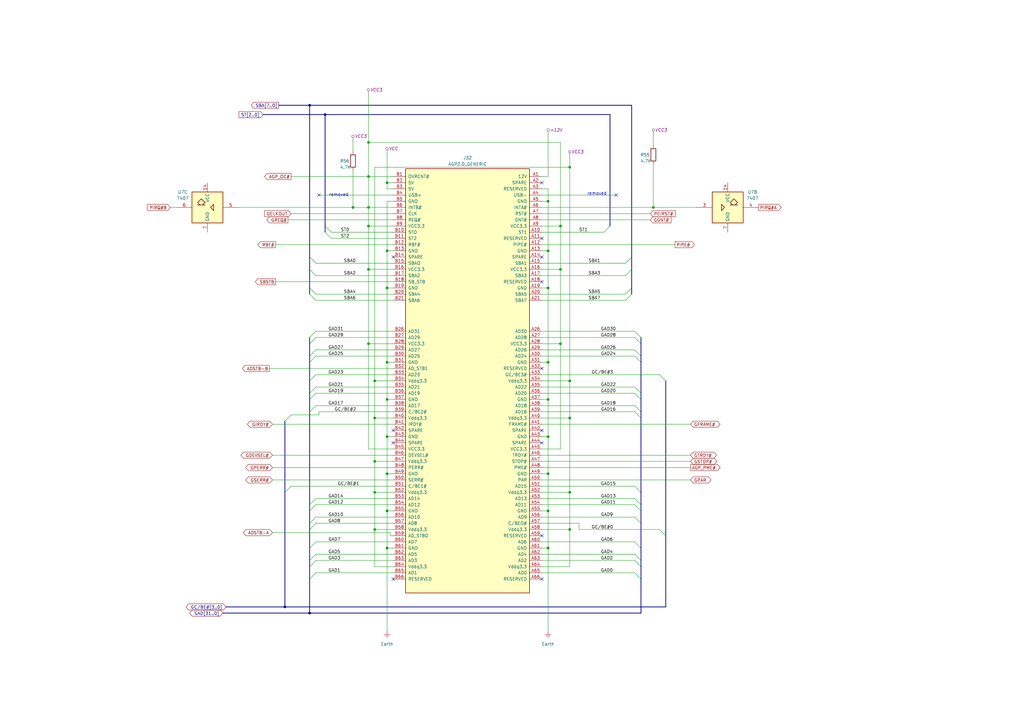
<source format=kicad_sch>
(kicad_sch
	(version 20231120)
	(generator "eeschema")
	(generator_version "8.0")
	(uuid "c21d09c4-6e55-413b-846c-46e45027be87")
	(paper "A3")
	(lib_symbols
		(symbol "74xx_IEEE:7407"
			(exclude_from_sim no)
			(in_bom yes)
			(on_board yes)
			(property "Reference" "U"
				(at 3.81 8.89 0)
				(effects
					(font
						(size 1.27 1.27)
					)
				)
			)
			(property "Value" "7407"
				(at 3.81 -7.62 0)
				(effects
					(font
						(size 1.27 1.27)
					)
				)
			)
			(property "Footprint" ""
				(at 0 0 0)
				(effects
					(font
						(size 1.27 1.27)
					)
					(hide yes)
				)
			)
			(property "Datasheet" ""
				(at 0 0 0)
				(effects
					(font
						(size 1.27 1.27)
					)
					(hide yes)
				)
			)
			(property "Description" ""
				(at 0 0 0)
				(effects
					(font
						(size 1.27 1.27)
					)
					(hide yes)
				)
			)
			(symbol "7407_0_1"
				(rectangle
					(start -6.35 6.35)
					(end 6.35 -6.35)
					(stroke
						(width 0.254)
						(type default)
					)
					(fill
						(type background)
					)
				)
				(polyline
					(pts
						(xy -2.54 1.27) (xy -2.54 -1.27) (xy -1.27 0) (xy -2.54 1.27) (xy -2.54 1.27)
					)
					(stroke
						(width 0.254)
						(type default)
					)
					(fill
						(type background)
					)
				)
				(polyline
					(pts
						(xy 3.048 1.016) (xy 4.064 2.032) (xy 2.54 3.556) (xy 1.016 2.032) (xy 2.032 1.016) (xy 1.016 1.016)
						(xy 4.064 1.016) (xy 4.064 1.016)
					)
					(stroke
						(width 0.254)
						(type default)
					)
					(fill
						(type background)
					)
				)
				(pin power_in line
					(at 0 10.16 270)
					(length 3.81)
					(name "VCC"
						(effects
							(font
								(size 1.27 1.27)
							)
						)
					)
					(number "14"
						(effects
							(font
								(size 1.27 1.27)
							)
						)
					)
				)
				(pin power_in line
					(at 0 -10.16 90)
					(length 3.81)
					(name "GND"
						(effects
							(font
								(size 1.27 1.27)
							)
						)
					)
					(number "7"
						(effects
							(font
								(size 1.27 1.27)
							)
						)
					)
				)
			)
			(symbol "7407_1_1"
				(pin input line
					(at -12.7 0 0)
					(length 6.35)
					(name "~"
						(effects
							(font
								(size 1.27 1.27)
							)
						)
					)
					(number "1"
						(effects
							(font
								(size 1.27 1.27)
							)
						)
					)
				)
				(pin open_collector line
					(at 12.7 0 180)
					(length 6.35)
					(name "~"
						(effects
							(font
								(size 1.27 1.27)
							)
						)
					)
					(number "2"
						(effects
							(font
								(size 1.27 1.27)
							)
						)
					)
				)
			)
			(symbol "7407_2_1"
				(pin input line
					(at -12.7 0 0)
					(length 6.35)
					(name "~"
						(effects
							(font
								(size 1.27 1.27)
							)
						)
					)
					(number "3"
						(effects
							(font
								(size 1.27 1.27)
							)
						)
					)
				)
				(pin open_collector line
					(at 12.7 0 180)
					(length 6.35)
					(name "~"
						(effects
							(font
								(size 1.27 1.27)
							)
						)
					)
					(number "4"
						(effects
							(font
								(size 1.27 1.27)
							)
						)
					)
				)
			)
			(symbol "7407_3_1"
				(pin input line
					(at -12.7 0 0)
					(length 6.35)
					(name "~"
						(effects
							(font
								(size 1.27 1.27)
							)
						)
					)
					(number "5"
						(effects
							(font
								(size 1.27 1.27)
							)
						)
					)
				)
				(pin open_collector line
					(at 12.7 0 180)
					(length 6.35)
					(name "~"
						(effects
							(font
								(size 1.27 1.27)
							)
						)
					)
					(number "6"
						(effects
							(font
								(size 1.27 1.27)
							)
						)
					)
				)
			)
			(symbol "7407_4_1"
				(pin open_collector line
					(at 12.7 0 180)
					(length 6.35)
					(name "~"
						(effects
							(font
								(size 1.27 1.27)
							)
						)
					)
					(number "8"
						(effects
							(font
								(size 1.27 1.27)
							)
						)
					)
				)
				(pin input line
					(at -12.7 0 0)
					(length 6.35)
					(name "~"
						(effects
							(font
								(size 1.27 1.27)
							)
						)
					)
					(number "9"
						(effects
							(font
								(size 1.27 1.27)
							)
						)
					)
				)
			)
			(symbol "7407_5_1"
				(pin open_collector line
					(at 12.7 0 180)
					(length 6.35)
					(name "~"
						(effects
							(font
								(size 1.27 1.27)
							)
						)
					)
					(number "10"
						(effects
							(font
								(size 1.27 1.27)
							)
						)
					)
				)
				(pin input line
					(at -12.7 0 0)
					(length 6.35)
					(name "~"
						(effects
							(font
								(size 1.27 1.27)
							)
						)
					)
					(number "11"
						(effects
							(font
								(size 1.27 1.27)
							)
						)
					)
				)
			)
			(symbol "7407_6_1"
				(pin open_collector line
					(at 12.7 0 180)
					(length 6.35)
					(name "~"
						(effects
							(font
								(size 1.27 1.27)
							)
						)
					)
					(number "12"
						(effects
							(font
								(size 1.27 1.27)
							)
						)
					)
				)
				(pin input line
					(at -12.7 0 0)
					(length 6.35)
					(name "~"
						(effects
							(font
								(size 1.27 1.27)
							)
						)
					)
					(number "13"
						(effects
							(font
								(size 1.27 1.27)
							)
						)
					)
				)
			)
		)
		(symbol "Device:R"
			(pin_numbers hide)
			(pin_names
				(offset 0)
			)
			(exclude_from_sim no)
			(in_bom yes)
			(on_board yes)
			(property "Reference" "R"
				(at 2.032 0 90)
				(effects
					(font
						(size 1.27 1.27)
					)
				)
			)
			(property "Value" "R"
				(at 0 0 90)
				(effects
					(font
						(size 1.27 1.27)
					)
				)
			)
			(property "Footprint" ""
				(at -1.778 0 90)
				(effects
					(font
						(size 1.27 1.27)
					)
					(hide yes)
				)
			)
			(property "Datasheet" "~"
				(at 0 0 0)
				(effects
					(font
						(size 1.27 1.27)
					)
					(hide yes)
				)
			)
			(property "Description" "Resistor"
				(at 0 0 0)
				(effects
					(font
						(size 1.27 1.27)
					)
					(hide yes)
				)
			)
			(property "ki_keywords" "R res resistor"
				(at 0 0 0)
				(effects
					(font
						(size 1.27 1.27)
					)
					(hide yes)
				)
			)
			(property "ki_fp_filters" "R_*"
				(at 0 0 0)
				(effects
					(font
						(size 1.27 1.27)
					)
					(hide yes)
				)
			)
			(symbol "R_0_1"
				(rectangle
					(start -1.016 -2.54)
					(end 1.016 2.54)
					(stroke
						(width 0.254)
						(type default)
					)
					(fill
						(type none)
					)
				)
			)
			(symbol "R_1_1"
				(pin passive line
					(at 0 3.81 270)
					(length 1.27)
					(name "~"
						(effects
							(font
								(size 1.27 1.27)
							)
						)
					)
					(number "1"
						(effects
							(font
								(size 1.27 1.27)
							)
						)
					)
				)
				(pin passive line
					(at 0 -3.81 90)
					(length 1.27)
					(name "~"
						(effects
							(font
								(size 1.27 1.27)
							)
						)
					)
					(number "2"
						(effects
							(font
								(size 1.27 1.27)
							)
						)
					)
				)
			)
		)
		(symbol "P2-3_era:AGP2.0_GENERIC"
			(pin_names
				(offset 1.016)
			)
			(exclude_from_sim no)
			(in_bom yes)
			(on_board yes)
			(property "Reference" "U8"
				(at -28.575 23.495 0)
				(effects
					(font
						(size 1.27 1.27)
					)
				)
			)
			(property "Value" "AGP2.0_GENERIC"
				(at -28.575 20.955 0)
				(effects
					(font
						(size 1.27 1.27)
					)
				)
			)
			(property "Footprint" ""
				(at -74.13 173.31 0)
				(effects
					(font
						(size 1.27 1.27)
					)
					(hide yes)
				)
			)
			(property "Datasheet" "blah"
				(at -44.45 173.99 0)
				(effects
					(font
						(size 1.27 1.27)
					)
					(hide yes)
				)
			)
			(property "Description" "blah"
				(at -29.718 194.31 0)
				(effects
					(font
						(size 1.27 1.27)
					)
					(hide yes)
				)
			)
			(property "ki_keywords" "AGP1"
				(at 0 0 0)
				(effects
					(font
						(size 1.27 1.27)
					)
					(hide yes)
				)
			)
			(property "ki_fp_filters" "DIP* PDIP*"
				(at 0 0 0)
				(effects
					(font
						(size 1.27 1.27)
					)
					(hide yes)
				)
			)
			(symbol "AGP2.0_GENERIC_0_1"
				(rectangle
					(start -54.61 16.51)
					(end -3.81 -157.48)
					(stroke
						(width 0.254)
						(type default)
					)
					(fill
						(type background)
					)
				)
			)
			(symbol "AGP2.0_GENERIC_1_1"
				(pin power_in line
					(at 1.27 13.335 180)
					(length 5.08)
					(name "12V"
						(effects
							(font
								(size 1.27 1.27)
							)
						)
					)
					(number "A1"
						(effects
							(font
								(size 1.27 1.27)
							)
						)
					)
				)
				(pin input line
					(at 1.27 -9.525 180)
					(length 5.08)
					(name "ST1"
						(effects
							(font
								(size 1.27 1.27)
							)
						)
					)
					(number "A10"
						(effects
							(font
								(size 1.27 1.27)
							)
						)
					)
				)
				(pin unspecified line
					(at 1.27 -12.065 180)
					(length 5.08)
					(name "RESERVED"
						(effects
							(font
								(size 1.27 1.27)
							)
						)
					)
					(number "A11"
						(effects
							(font
								(size 1.27 1.27)
							)
						)
					)
				)
				(pin output line
					(at 1.27 -14.605 180)
					(length 5.08)
					(name "PIPE#"
						(effects
							(font
								(size 1.27 1.27)
							)
						)
					)
					(number "A12"
						(effects
							(font
								(size 1.27 1.27)
							)
						)
					)
				)
				(pin power_out line
					(at 1.27 -17.145 180)
					(length 5.08)
					(name "GND"
						(effects
							(font
								(size 1.27 1.27)
							)
						)
					)
					(number "A13"
						(effects
							(font
								(size 1.27 1.27)
							)
						)
					)
				)
				(pin unspecified line
					(at 1.27 -19.685 180)
					(length 5.08)
					(name "SPARE"
						(effects
							(font
								(size 1.27 1.27)
							)
						)
					)
					(number "A14"
						(effects
							(font
								(size 1.27 1.27)
							)
						)
					)
				)
				(pin output line
					(at 1.27 -22.225 180)
					(length 5.08)
					(name "SBA1"
						(effects
							(font
								(size 1.27 1.27)
							)
						)
					)
					(number "A15"
						(effects
							(font
								(size 1.27 1.27)
							)
						)
					)
				)
				(pin power_in line
					(at 1.27 -24.765 180)
					(length 5.08)
					(name "VCC3.3"
						(effects
							(font
								(size 1.27 1.27)
							)
						)
					)
					(number "A16"
						(effects
							(font
								(size 1.27 1.27)
							)
						)
					)
				)
				(pin output line
					(at 1.27 -27.305 180)
					(length 5.08)
					(name "SBA3"
						(effects
							(font
								(size 1.27 1.27)
							)
						)
					)
					(number "A17"
						(effects
							(font
								(size 1.27 1.27)
							)
						)
					)
				)
				(pin unspecified line
					(at 1.27 -29.845 180)
					(length 5.08)
					(name "RESERVED"
						(effects
							(font
								(size 1.27 1.27)
							)
						)
					)
					(number "A18"
						(effects
							(font
								(size 1.27 1.27)
							)
						)
					)
				)
				(pin power_out line
					(at 1.27 -32.385 180)
					(length 5.08)
					(name "GND"
						(effects
							(font
								(size 1.27 1.27)
							)
						)
					)
					(number "A19"
						(effects
							(font
								(size 1.27 1.27)
							)
						)
					)
				)
				(pin unspecified line
					(at 1.27 10.795 180)
					(length 5.08)
					(name "SPARE"
						(effects
							(font
								(size 1.27 1.27)
							)
						)
					)
					(number "A2"
						(effects
							(font
								(size 1.27 1.27)
							)
						)
					)
				)
				(pin output line
					(at 1.27 -34.925 180)
					(length 5.08)
					(name "SBA5"
						(effects
							(font
								(size 1.27 1.27)
							)
						)
					)
					(number "A20"
						(effects
							(font
								(size 1.27 1.27)
							)
						)
					)
				)
				(pin output line
					(at 1.27 -37.465 180)
					(length 5.08)
					(name "SBA7"
						(effects
							(font
								(size 1.27 1.27)
							)
						)
					)
					(number "A21"
						(effects
							(font
								(size 1.27 1.27)
							)
						)
					)
				)
				(pin bidirectional line
					(at 1.27 -50.165 180)
					(length 5.08)
					(name "AD30"
						(effects
							(font
								(size 1.27 1.27)
							)
						)
					)
					(number "A26"
						(effects
							(font
								(size 1.27 1.27)
							)
						)
					)
				)
				(pin bidirectional line
					(at 1.27 -52.705 180)
					(length 5.08)
					(name "AD28"
						(effects
							(font
								(size 1.27 1.27)
							)
						)
					)
					(number "A27"
						(effects
							(font
								(size 1.27 1.27)
							)
						)
					)
				)
				(pin power_in line
					(at 1.27 -55.245 180)
					(length 5.08)
					(name "VCC3.3"
						(effects
							(font
								(size 1.27 1.27)
							)
						)
					)
					(number "A28"
						(effects
							(font
								(size 1.27 1.27)
							)
						)
					)
				)
				(pin bidirectional line
					(at 1.27 -57.785 180)
					(length 5.08)
					(name "AD26"
						(effects
							(font
								(size 1.27 1.27)
							)
						)
					)
					(number "A29"
						(effects
							(font
								(size 1.27 1.27)
							)
						)
					)
				)
				(pin unspecified line
					(at 1.27 8.255 180)
					(length 5.08)
					(name "RESERVED"
						(effects
							(font
								(size 1.27 1.27)
							)
						)
					)
					(number "A3"
						(effects
							(font
								(size 1.27 1.27)
							)
						)
					)
				)
				(pin bidirectional line
					(at 1.27 -60.325 180)
					(length 5.08)
					(name "AD24"
						(effects
							(font
								(size 1.27 1.27)
							)
						)
					)
					(number "A30"
						(effects
							(font
								(size 1.27 1.27)
							)
						)
					)
				)
				(pin power_out line
					(at 1.27 -62.865 180)
					(length 5.08)
					(name "GND"
						(effects
							(font
								(size 1.27 1.27)
							)
						)
					)
					(number "A31"
						(effects
							(font
								(size 1.27 1.27)
							)
						)
					)
				)
				(pin unspecified line
					(at 1.27 -65.405 180)
					(length 5.08)
					(name "RESERVED"
						(effects
							(font
								(size 1.27 1.27)
							)
						)
					)
					(number "A32"
						(effects
							(font
								(size 1.27 1.27)
							)
						)
					)
				)
				(pin bidirectional line
					(at 1.27 -67.945 180)
					(length 5.08)
					(name "GC/BE3#"
						(effects
							(font
								(size 1.27 1.27)
							)
						)
					)
					(number "A33"
						(effects
							(font
								(size 1.27 1.27)
							)
						)
					)
				)
				(pin power_in line
					(at 1.27 -70.485 180)
					(length 5.08)
					(name "Vddq3.3"
						(effects
							(font
								(size 1.27 1.27)
							)
						)
					)
					(number "A34"
						(effects
							(font
								(size 1.27 1.27)
							)
						)
					)
				)
				(pin bidirectional line
					(at 1.27 -73.025 180)
					(length 5.08)
					(name "AD22"
						(effects
							(font
								(size 1.27 1.27)
							)
						)
					)
					(number "A35"
						(effects
							(font
								(size 1.27 1.27)
							)
						)
					)
				)
				(pin bidirectional line
					(at 1.27 -75.565 180)
					(length 5.08)
					(name "AD20"
						(effects
							(font
								(size 1.27 1.27)
							)
						)
					)
					(number "A36"
						(effects
							(font
								(size 1.27 1.27)
							)
						)
					)
				)
				(pin power_out line
					(at 1.27 -78.105 180)
					(length 5.08)
					(name "GND"
						(effects
							(font
								(size 1.27 1.27)
							)
						)
					)
					(number "A37"
						(effects
							(font
								(size 1.27 1.27)
							)
						)
					)
				)
				(pin bidirectional line
					(at 1.27 -80.645 180)
					(length 5.08)
					(name "AD18"
						(effects
							(font
								(size 1.27 1.27)
							)
						)
					)
					(number "A38"
						(effects
							(font
								(size 1.27 1.27)
							)
						)
					)
				)
				(pin bidirectional line
					(at 1.27 -83.185 180)
					(length 5.08)
					(name "AD16"
						(effects
							(font
								(size 1.27 1.27)
							)
						)
					)
					(number "A39"
						(effects
							(font
								(size 1.27 1.27)
							)
						)
					)
				)
				(pin bidirectional line
					(at 1.27 5.715 180)
					(length 5.08)
					(name "USB-"
						(effects
							(font
								(size 1.27 1.27)
							)
						)
					)
					(number "A4"
						(effects
							(font
								(size 1.27 1.27)
							)
						)
					)
				)
				(pin power_in line
					(at 1.27 -85.725 180)
					(length 5.08)
					(name "Vddq3.3"
						(effects
							(font
								(size 1.27 1.27)
							)
						)
					)
					(number "A40"
						(effects
							(font
								(size 1.27 1.27)
							)
						)
					)
				)
				(pin bidirectional line
					(at 1.27 -88.265 180)
					(length 5.08)
					(name "FRAME#"
						(effects
							(font
								(size 1.27 1.27)
							)
						)
					)
					(number "A41"
						(effects
							(font
								(size 1.27 1.27)
							)
						)
					)
				)
				(pin unspecified line
					(at 1.27 -90.805 180)
					(length 5.08)
					(name "SPARE"
						(effects
							(font
								(size 1.27 1.27)
							)
						)
					)
					(number "A42"
						(effects
							(font
								(size 1.27 1.27)
							)
						)
					)
				)
				(pin power_out line
					(at 1.27 -93.345 180)
					(length 5.08)
					(name "GND"
						(effects
							(font
								(size 1.27 1.27)
							)
						)
					)
					(number "A43"
						(effects
							(font
								(size 1.27 1.27)
							)
						)
					)
				)
				(pin unspecified line
					(at 1.27 -95.885 180)
					(length 5.08)
					(name "SPARE"
						(effects
							(font
								(size 1.27 1.27)
							)
						)
					)
					(number "A44"
						(effects
							(font
								(size 1.27 1.27)
							)
						)
					)
				)
				(pin power_in line
					(at 1.27 -98.425 180)
					(length 5.08)
					(name "VCC3.3"
						(effects
							(font
								(size 1.27 1.27)
							)
						)
					)
					(number "A45"
						(effects
							(font
								(size 1.27 1.27)
							)
						)
					)
				)
				(pin bidirectional line
					(at 1.27 -100.965 180)
					(length 5.08)
					(name "TRDY#"
						(effects
							(font
								(size 1.27 1.27)
							)
						)
					)
					(number "A46"
						(effects
							(font
								(size 1.27 1.27)
							)
						)
					)
				)
				(pin bidirectional line
					(at 1.27 -103.505 180)
					(length 5.08)
					(name "STOP#"
						(effects
							(font
								(size 1.27 1.27)
							)
						)
					)
					(number "A47"
						(effects
							(font
								(size 1.27 1.27)
							)
						)
					)
				)
				(pin output line
					(at 1.27 -106.045 180)
					(length 5.08)
					(name "PME#"
						(effects
							(font
								(size 1.27 1.27)
							)
						)
					)
					(number "A48"
						(effects
							(font
								(size 1.27 1.27)
							)
						)
					)
				)
				(pin power_out line
					(at 1.27 -108.585 180)
					(length 5.08)
					(name "GND"
						(effects
							(font
								(size 1.27 1.27)
							)
						)
					)
					(number "A49"
						(effects
							(font
								(size 1.27 1.27)
							)
						)
					)
				)
				(pin power_out line
					(at 1.27 3.175 180)
					(length 5.08)
					(name "GND"
						(effects
							(font
								(size 1.27 1.27)
							)
						)
					)
					(number "A5"
						(effects
							(font
								(size 1.27 1.27)
							)
						)
					)
				)
				(pin bidirectional line
					(at 1.27 -111.125 180)
					(length 5.08)
					(name "PAR"
						(effects
							(font
								(size 1.27 1.27)
							)
						)
					)
					(number "A50"
						(effects
							(font
								(size 1.27 1.27)
							)
						)
					)
				)
				(pin bidirectional line
					(at 1.27 -113.665 180)
					(length 5.08)
					(name "AD15"
						(effects
							(font
								(size 1.27 1.27)
							)
						)
					)
					(number "A51"
						(effects
							(font
								(size 1.27 1.27)
							)
						)
					)
				)
				(pin power_in line
					(at 1.27 -116.205 180)
					(length 5.08)
					(name "Vddq3.3"
						(effects
							(font
								(size 1.27 1.27)
							)
						)
					)
					(number "A52"
						(effects
							(font
								(size 1.27 1.27)
							)
						)
					)
				)
				(pin bidirectional line
					(at 1.27 -118.745 180)
					(length 5.08)
					(name "AD13"
						(effects
							(font
								(size 1.27 1.27)
							)
						)
					)
					(number "A53"
						(effects
							(font
								(size 1.27 1.27)
							)
						)
					)
				)
				(pin bidirectional line
					(at 1.27 -121.285 180)
					(length 5.08)
					(name "AD11"
						(effects
							(font
								(size 1.27 1.27)
							)
						)
					)
					(number "A54"
						(effects
							(font
								(size 1.27 1.27)
							)
						)
					)
				)
				(pin power_out line
					(at 1.27 -123.825 180)
					(length 5.08)
					(name "GND"
						(effects
							(font
								(size 1.27 1.27)
							)
						)
					)
					(number "A55"
						(effects
							(font
								(size 1.27 1.27)
							)
						)
					)
				)
				(pin bidirectional line
					(at 1.27 -126.365 180)
					(length 5.08)
					(name "AD9"
						(effects
							(font
								(size 1.27 1.27)
							)
						)
					)
					(number "A56"
						(effects
							(font
								(size 1.27 1.27)
							)
						)
					)
				)
				(pin bidirectional line
					(at 1.27 -128.905 180)
					(length 5.08)
					(name "C/BEO#"
						(effects
							(font
								(size 1.27 1.27)
							)
						)
					)
					(number "A57"
						(effects
							(font
								(size 1.27 1.27)
							)
						)
					)
				)
				(pin power_in line
					(at 1.27 -131.445 180)
					(length 5.08)
					(name "Vddq3.3"
						(effects
							(font
								(size 1.27 1.27)
							)
						)
					)
					(number "A58"
						(effects
							(font
								(size 1.27 1.27)
							)
						)
					)
				)
				(pin unspecified line
					(at 1.27 -133.985 180)
					(length 5.08)
					(name "RESERVED"
						(effects
							(font
								(size 1.27 1.27)
							)
						)
					)
					(number "A59"
						(effects
							(font
								(size 1.27 1.27)
							)
						)
					)
				)
				(pin output line
					(at 1.27 0.635 180)
					(length 5.08)
					(name "INTA#"
						(effects
							(font
								(size 1.27 1.27)
							)
						)
					)
					(number "A6"
						(effects
							(font
								(size 1.27 1.27)
							)
						)
					)
				)
				(pin bidirectional line
					(at 1.27 -136.525 180)
					(length 5.08)
					(name "AD6"
						(effects
							(font
								(size 1.27 1.27)
							)
						)
					)
					(number "A60"
						(effects
							(font
								(size 1.27 1.27)
							)
						)
					)
				)
				(pin bidirectional line
					(at 1.27 -139.065 180)
					(length 5.08)
					(name "GND"
						(effects
							(font
								(size 1.27 1.27)
							)
						)
					)
					(number "A61"
						(effects
							(font
								(size 1.27 1.27)
							)
						)
					)
				)
				(pin bidirectional line
					(at 1.27 -141.605 180)
					(length 5.08)
					(name "AD4"
						(effects
							(font
								(size 1.27 1.27)
							)
						)
					)
					(number "A62"
						(effects
							(font
								(size 1.27 1.27)
							)
						)
					)
				)
				(pin bidirectional line
					(at 1.27 -144.145 180)
					(length 5.08)
					(name "AD2"
						(effects
							(font
								(size 1.27 1.27)
							)
						)
					)
					(number "A63"
						(effects
							(font
								(size 1.27 1.27)
							)
						)
					)
				)
				(pin power_in line
					(at 1.27 -146.685 180)
					(length 5.08)
					(name "Vddq3.3"
						(effects
							(font
								(size 1.27 1.27)
							)
						)
					)
					(number "A64"
						(effects
							(font
								(size 1.27 1.27)
							)
						)
					)
				)
				(pin bidirectional line
					(at 1.27 -149.225 180)
					(length 5.08)
					(name "AD0"
						(effects
							(font
								(size 1.27 1.27)
							)
						)
					)
					(number "A65"
						(effects
							(font
								(size 1.27 1.27)
							)
						)
					)
				)
				(pin unspecified line
					(at 1.27 -151.765 180)
					(length 5.08)
					(name "RESERVED"
						(effects
							(font
								(size 1.27 1.27)
							)
						)
					)
					(number "A66"
						(effects
							(font
								(size 1.27 1.27)
							)
						)
					)
				)
				(pin input line
					(at 1.27 -1.905 180)
					(length 5.08)
					(name "RST#"
						(effects
							(font
								(size 1.27 1.27)
							)
						)
					)
					(number "A7"
						(effects
							(font
								(size 1.27 1.27)
							)
						)
					)
				)
				(pin power_out line
					(at 1.27 -4.445 180)
					(length 5.08)
					(name "GNT#"
						(effects
							(font
								(size 1.27 1.27)
							)
						)
					)
					(number "A8"
						(effects
							(font
								(size 1.27 1.27)
							)
						)
					)
				)
				(pin power_in line
					(at 1.27 -6.985 180)
					(length 5.08)
					(name "VCC3.3"
						(effects
							(font
								(size 1.27 1.27)
							)
						)
					)
					(number "A9"
						(effects
							(font
								(size 1.27 1.27)
							)
						)
					)
				)
				(pin output line
					(at -59.69 13.335 0)
					(length 5.08)
					(name "OVRCNT#"
						(effects
							(font
								(size 1.27 1.27)
							)
						)
					)
					(number "B1"
						(effects
							(font
								(size 1.27 1.27)
							)
						)
					)
				)
				(pin input line
					(at -59.69 -9.525 0)
					(length 5.08)
					(name "STO"
						(effects
							(font
								(size 1.27 1.27)
							)
						)
					)
					(number "B10"
						(effects
							(font
								(size 1.27 1.27)
							)
						)
					)
				)
				(pin input line
					(at -59.69 -12.065 0)
					(length 5.08)
					(name "ST2"
						(effects
							(font
								(size 1.27 1.27)
							)
						)
					)
					(number "B11"
						(effects
							(font
								(size 1.27 1.27)
							)
						)
					)
				)
				(pin bidirectional line
					(at -59.69 -14.605 0)
					(length 5.08)
					(name "RBF#"
						(effects
							(font
								(size 1.27 1.27)
							)
						)
					)
					(number "B12"
						(effects
							(font
								(size 1.27 1.27)
							)
						)
					)
				)
				(pin power_out line
					(at -59.69 -17.145 0)
					(length 5.08)
					(name "GND"
						(effects
							(font
								(size 1.27 1.27)
							)
						)
					)
					(number "B13"
						(effects
							(font
								(size 1.27 1.27)
							)
						)
					)
				)
				(pin unspecified line
					(at -59.69 -19.685 0)
					(length 5.08)
					(name "SPARE"
						(effects
							(font
								(size 1.27 1.27)
							)
						)
					)
					(number "B14"
						(effects
							(font
								(size 1.27 1.27)
							)
						)
					)
				)
				(pin bidirectional line
					(at -59.69 -22.225 0)
					(length 5.08)
					(name "SBAO"
						(effects
							(font
								(size 1.27 1.27)
							)
						)
					)
					(number "B15"
						(effects
							(font
								(size 1.27 1.27)
							)
						)
					)
				)
				(pin power_in line
					(at -59.69 -24.765 0)
					(length 5.08)
					(name "VCC3.3"
						(effects
							(font
								(size 1.27 1.27)
							)
						)
					)
					(number "B16"
						(effects
							(font
								(size 1.27 1.27)
							)
						)
					)
				)
				(pin bidirectional line
					(at -59.69 -27.305 0)
					(length 5.08)
					(name "SBA2"
						(effects
							(font
								(size 1.27 1.27)
							)
						)
					)
					(number "B17"
						(effects
							(font
								(size 1.27 1.27)
							)
						)
					)
				)
				(pin output line
					(at -59.69 -29.845 0)
					(length 5.08)
					(name "SB_STB"
						(effects
							(font
								(size 1.27 1.27)
							)
						)
					)
					(number "B18"
						(effects
							(font
								(size 1.27 1.27)
							)
						)
					)
				)
				(pin power_out line
					(at -59.69 -32.385 0)
					(length 5.08)
					(name "GND"
						(effects
							(font
								(size 1.27 1.27)
							)
						)
					)
					(number "B19"
						(effects
							(font
								(size 1.27 1.27)
							)
						)
					)
				)
				(pin power_in line
					(at -59.69 10.795 0)
					(length 5.08)
					(name "5V"
						(effects
							(font
								(size 1.27 1.27)
							)
						)
					)
					(number "B2"
						(effects
							(font
								(size 1.27 1.27)
							)
						)
					)
				)
				(pin bidirectional line
					(at -59.69 -34.925 0)
					(length 5.08)
					(name "SBA4"
						(effects
							(font
								(size 1.27 1.27)
							)
						)
					)
					(number "B20"
						(effects
							(font
								(size 1.27 1.27)
							)
						)
					)
				)
				(pin bidirectional line
					(at -59.69 -37.465 0)
					(length 5.08)
					(name "SBA6"
						(effects
							(font
								(size 1.27 1.27)
							)
						)
					)
					(number "B21"
						(effects
							(font
								(size 1.27 1.27)
							)
						)
					)
				)
				(pin bidirectional line
					(at -59.69 -50.165 0)
					(length 5.08)
					(name "AD31"
						(effects
							(font
								(size 1.27 1.27)
							)
						)
					)
					(number "B26"
						(effects
							(font
								(size 1.27 1.27)
							)
						)
					)
				)
				(pin bidirectional line
					(at -59.69 -52.705 0)
					(length 5.08)
					(name "AD29"
						(effects
							(font
								(size 1.27 1.27)
							)
						)
					)
					(number "B27"
						(effects
							(font
								(size 1.27 1.27)
							)
						)
					)
				)
				(pin power_in line
					(at -59.69 -55.245 0)
					(length 5.08)
					(name "VCC3.3"
						(effects
							(font
								(size 1.27 1.27)
							)
						)
					)
					(number "B28"
						(effects
							(font
								(size 1.27 1.27)
							)
						)
					)
				)
				(pin bidirectional line
					(at -59.69 -57.785 0)
					(length 5.08)
					(name "AD27"
						(effects
							(font
								(size 1.27 1.27)
							)
						)
					)
					(number "B29"
						(effects
							(font
								(size 1.27 1.27)
							)
						)
					)
				)
				(pin power_in line
					(at -59.69 8.255 0)
					(length 5.08)
					(name "5V"
						(effects
							(font
								(size 1.27 1.27)
							)
						)
					)
					(number "B3"
						(effects
							(font
								(size 1.27 1.27)
							)
						)
					)
				)
				(pin bidirectional line
					(at -59.69 -60.325 0)
					(length 5.08)
					(name "AD25"
						(effects
							(font
								(size 1.27 1.27)
							)
						)
					)
					(number "B30"
						(effects
							(font
								(size 1.27 1.27)
							)
						)
					)
				)
				(pin power_out line
					(at -59.69 -62.865 0)
					(length 5.08)
					(name "GND"
						(effects
							(font
								(size 1.27 1.27)
							)
						)
					)
					(number "B31"
						(effects
							(font
								(size 1.27 1.27)
							)
						)
					)
				)
				(pin bidirectional line
					(at -59.69 -65.405 0)
					(length 5.08)
					(name "AD_STB1"
						(effects
							(font
								(size 1.27 1.27)
							)
						)
					)
					(number "B32"
						(effects
							(font
								(size 1.27 1.27)
							)
						)
					)
				)
				(pin bidirectional line
					(at -59.69 -67.945 0)
					(length 5.08)
					(name "AD23"
						(effects
							(font
								(size 1.27 1.27)
							)
						)
					)
					(number "B33"
						(effects
							(font
								(size 1.27 1.27)
							)
						)
					)
				)
				(pin power_in line
					(at -59.69 -70.485 0)
					(length 5.08)
					(name "Vddq3.3"
						(effects
							(font
								(size 1.27 1.27)
							)
						)
					)
					(number "B34"
						(effects
							(font
								(size 1.27 1.27)
							)
						)
					)
				)
				(pin bidirectional line
					(at -59.69 -73.025 0)
					(length 5.08)
					(name "AD21"
						(effects
							(font
								(size 1.27 1.27)
							)
						)
					)
					(number "B35"
						(effects
							(font
								(size 1.27 1.27)
							)
						)
					)
				)
				(pin bidirectional line
					(at -59.69 -75.565 0)
					(length 5.08)
					(name "AD19"
						(effects
							(font
								(size 1.27 1.27)
							)
						)
					)
					(number "B36"
						(effects
							(font
								(size 1.27 1.27)
							)
						)
					)
				)
				(pin power_out line
					(at -59.69 -78.105 0)
					(length 5.08)
					(name "GND"
						(effects
							(font
								(size 1.27 1.27)
							)
						)
					)
					(number "B37"
						(effects
							(font
								(size 1.27 1.27)
							)
						)
					)
				)
				(pin bidirectional line
					(at -59.69 -80.645 0)
					(length 5.08)
					(name "AD17"
						(effects
							(font
								(size 1.27 1.27)
							)
						)
					)
					(number "B38"
						(effects
							(font
								(size 1.27 1.27)
							)
						)
					)
				)
				(pin bidirectional line
					(at -59.69 -83.185 0)
					(length 5.08)
					(name "C/BE2#"
						(effects
							(font
								(size 1.27 1.27)
							)
						)
					)
					(number "B39"
						(effects
							(font
								(size 1.27 1.27)
							)
						)
					)
				)
				(pin bidirectional line
					(at -59.69 5.715 0)
					(length 5.08)
					(name "USB+"
						(effects
							(font
								(size 1.27 1.27)
							)
						)
					)
					(number "B4"
						(effects
							(font
								(size 1.27 1.27)
							)
						)
					)
				)
				(pin power_in line
					(at -59.69 -85.725 0)
					(length 5.08)
					(name "Vddq3.3"
						(effects
							(font
								(size 1.27 1.27)
							)
						)
					)
					(number "B40"
						(effects
							(font
								(size 1.27 1.27)
							)
						)
					)
				)
				(pin bidirectional line
					(at -59.69 -88.265 0)
					(length 5.08)
					(name "IRDY#"
						(effects
							(font
								(size 1.27 1.27)
							)
						)
					)
					(number "B41"
						(effects
							(font
								(size 1.27 1.27)
							)
						)
					)
				)
				(pin unspecified line
					(at -59.69 -90.805 0)
					(length 5.08)
					(name "SPARE"
						(effects
							(font
								(size 1.27 1.27)
							)
						)
					)
					(number "B42"
						(effects
							(font
								(size 1.27 1.27)
							)
						)
					)
				)
				(pin power_out line
					(at -59.69 -93.345 0)
					(length 5.08)
					(name "GND"
						(effects
							(font
								(size 1.27 1.27)
							)
						)
					)
					(number "B43"
						(effects
							(font
								(size 1.27 1.27)
							)
						)
					)
				)
				(pin unspecified line
					(at -59.69 -95.885 0)
					(length 5.08)
					(name "SPARE"
						(effects
							(font
								(size 1.27 1.27)
							)
						)
					)
					(number "B44"
						(effects
							(font
								(size 1.27 1.27)
							)
						)
					)
				)
				(pin power_in line
					(at -59.69 -98.425 0)
					(length 5.08)
					(name "VCC3.3"
						(effects
							(font
								(size 1.27 1.27)
							)
						)
					)
					(number "B45"
						(effects
							(font
								(size 1.27 1.27)
							)
						)
					)
				)
				(pin bidirectional line
					(at -59.69 -100.965 0)
					(length 5.08)
					(name "DEVSEL#"
						(effects
							(font
								(size 1.27 1.27)
							)
						)
					)
					(number "B46"
						(effects
							(font
								(size 1.27 1.27)
							)
						)
					)
				)
				(pin power_in line
					(at -59.69 -103.505 0)
					(length 5.08)
					(name "Vddq3.3"
						(effects
							(font
								(size 1.27 1.27)
							)
						)
					)
					(number "B47"
						(effects
							(font
								(size 1.27 1.27)
							)
						)
					)
				)
				(pin bidirectional line
					(at -59.69 -106.045 0)
					(length 5.08)
					(name "PERR#"
						(effects
							(font
								(size 1.27 1.27)
							)
						)
					)
					(number "B48"
						(effects
							(font
								(size 1.27 1.27)
							)
						)
					)
				)
				(pin power_out line
					(at -59.69 -108.585 0)
					(length 5.08)
					(name "GND"
						(effects
							(font
								(size 1.27 1.27)
							)
						)
					)
					(number "B49"
						(effects
							(font
								(size 1.27 1.27)
							)
						)
					)
				)
				(pin power_out line
					(at -59.69 3.175 0)
					(length 5.08)
					(name "GND"
						(effects
							(font
								(size 1.27 1.27)
							)
						)
					)
					(number "B5"
						(effects
							(font
								(size 1.27 1.27)
							)
						)
					)
				)
				(pin bidirectional line
					(at -59.69 -111.125 0)
					(length 5.08)
					(name "SERR#"
						(effects
							(font
								(size 1.27 1.27)
							)
						)
					)
					(number "B50"
						(effects
							(font
								(size 1.27 1.27)
							)
						)
					)
				)
				(pin bidirectional line
					(at -59.69 -113.665 0)
					(length 5.08)
					(name "C/BE1#"
						(effects
							(font
								(size 1.27 1.27)
							)
						)
					)
					(number "B51"
						(effects
							(font
								(size 1.27 1.27)
							)
						)
					)
				)
				(pin power_in line
					(at -59.69 -116.205 0)
					(length 5.08)
					(name "Vddq3.3"
						(effects
							(font
								(size 1.27 1.27)
							)
						)
					)
					(number "B52"
						(effects
							(font
								(size 1.27 1.27)
							)
						)
					)
				)
				(pin bidirectional line
					(at -59.69 -118.745 0)
					(length 5.08)
					(name "AD14"
						(effects
							(font
								(size 1.27 1.27)
							)
						)
					)
					(number "B53"
						(effects
							(font
								(size 1.27 1.27)
							)
						)
					)
				)
				(pin bidirectional line
					(at -59.69 -121.285 0)
					(length 5.08)
					(name "AD12"
						(effects
							(font
								(size 1.27 1.27)
							)
						)
					)
					(number "B54"
						(effects
							(font
								(size 1.27 1.27)
							)
						)
					)
				)
				(pin power_out line
					(at -59.69 -123.825 0)
					(length 5.08)
					(name "GND"
						(effects
							(font
								(size 1.27 1.27)
							)
						)
					)
					(number "B55"
						(effects
							(font
								(size 1.27 1.27)
							)
						)
					)
				)
				(pin bidirectional line
					(at -59.69 -126.365 0)
					(length 5.08)
					(name "AD10"
						(effects
							(font
								(size 1.27 1.27)
							)
						)
					)
					(number "B56"
						(effects
							(font
								(size 1.27 1.27)
							)
						)
					)
				)
				(pin bidirectional line
					(at -59.69 -128.905 0)
					(length 5.08)
					(name "AD8"
						(effects
							(font
								(size 1.27 1.27)
							)
						)
					)
					(number "B57"
						(effects
							(font
								(size 1.27 1.27)
							)
						)
					)
				)
				(pin power_in line
					(at -59.69 -131.445 0)
					(length 5.08)
					(name "Vddq3.3"
						(effects
							(font
								(size 1.27 1.27)
							)
						)
					)
					(number "B58"
						(effects
							(font
								(size 1.27 1.27)
							)
						)
					)
				)
				(pin bidirectional line
					(at -59.69 -133.985 0)
					(length 5.08)
					(name "AD_STBO"
						(effects
							(font
								(size 1.27 1.27)
							)
						)
					)
					(number "B59"
						(effects
							(font
								(size 1.27 1.27)
							)
						)
					)
				)
				(pin output line
					(at -59.69 0.635 0)
					(length 5.08)
					(name "INTB#"
						(effects
							(font
								(size 1.27 1.27)
							)
						)
					)
					(number "B6"
						(effects
							(font
								(size 1.27 1.27)
							)
						)
					)
				)
				(pin bidirectional line
					(at -59.69 -136.525 0)
					(length 5.08)
					(name "AD7"
						(effects
							(font
								(size 1.27 1.27)
							)
						)
					)
					(number "B60"
						(effects
							(font
								(size 1.27 1.27)
							)
						)
					)
				)
				(pin power_out line
					(at -59.69 -139.065 0)
					(length 5.08)
					(name "GND"
						(effects
							(font
								(size 1.27 1.27)
							)
						)
					)
					(number "B61"
						(effects
							(font
								(size 1.27 1.27)
							)
						)
					)
				)
				(pin bidirectional line
					(at -59.69 -141.605 0)
					(length 5.08)
					(name "AD5"
						(effects
							(font
								(size 1.27 1.27)
							)
						)
					)
					(number "B62"
						(effects
							(font
								(size 1.27 1.27)
							)
						)
					)
				)
				(pin bidirectional line
					(at -59.69 -144.145 0)
					(length 5.08)
					(name "AD3"
						(effects
							(font
								(size 1.27 1.27)
							)
						)
					)
					(number "B63"
						(effects
							(font
								(size 1.27 1.27)
							)
						)
					)
				)
				(pin power_in line
					(at -59.69 -146.685 0)
					(length 5.08)
					(name "Vddq3.3"
						(effects
							(font
								(size 1.27 1.27)
							)
						)
					)
					(number "B64"
						(effects
							(font
								(size 1.27 1.27)
							)
						)
					)
				)
				(pin bidirectional line
					(at -59.69 -149.225 0)
					(length 5.08)
					(name "AD1"
						(effects
							(font
								(size 1.27 1.27)
							)
						)
					)
					(number "B65"
						(effects
							(font
								(size 1.27 1.27)
							)
						)
					)
				)
				(pin unspecified line
					(at -59.69 -151.765 0)
					(length 5.08)
					(name "RESERVED"
						(effects
							(font
								(size 1.27 1.27)
							)
						)
					)
					(number "B66"
						(effects
							(font
								(size 1.27 1.27)
							)
						)
					)
				)
				(pin input line
					(at -59.69 -1.905 0)
					(length 5.08)
					(name "CLK"
						(effects
							(font
								(size 1.27 1.27)
							)
						)
					)
					(number "B7"
						(effects
							(font
								(size 1.27 1.27)
							)
						)
					)
				)
				(pin output line
					(at -59.69 -4.445 0)
					(length 5.08)
					(name "REQ#"
						(effects
							(font
								(size 1.27 1.27)
							)
						)
					)
					(number "B8"
						(effects
							(font
								(size 1.27 1.27)
							)
						)
					)
				)
				(pin power_in line
					(at -59.69 -6.985 0)
					(length 5.08)
					(name "VCC3.3"
						(effects
							(font
								(size 1.27 1.27)
							)
						)
					)
					(number "B9"
						(effects
							(font
								(size 1.27 1.27)
							)
						)
					)
				)
			)
		)
		(symbol "power:Earth"
			(power)
			(pin_numbers hide)
			(pin_names
				(offset 0) hide)
			(exclude_from_sim no)
			(in_bom yes)
			(on_board yes)
			(property "Reference" "#PWR"
				(at 0 -6.35 0)
				(effects
					(font
						(size 1.27 1.27)
					)
					(hide yes)
				)
			)
			(property "Value" "Earth"
				(at 0 -3.81 0)
				(effects
					(font
						(size 1.27 1.27)
					)
				)
			)
			(property "Footprint" ""
				(at 0 0 0)
				(effects
					(font
						(size 1.27 1.27)
					)
					(hide yes)
				)
			)
			(property "Datasheet" "~"
				(at 0 0 0)
				(effects
					(font
						(size 1.27 1.27)
					)
					(hide yes)
				)
			)
			(property "Description" "Power symbol creates a global label with name \"Earth\""
				(at 0 0 0)
				(effects
					(font
						(size 1.27 1.27)
					)
					(hide yes)
				)
			)
			(property "ki_keywords" "global ground gnd"
				(at 0 0 0)
				(effects
					(font
						(size 1.27 1.27)
					)
					(hide yes)
				)
			)
			(symbol "Earth_0_1"
				(polyline
					(pts
						(xy -0.635 -1.905) (xy 0.635 -1.905)
					)
					(stroke
						(width 0)
						(type default)
					)
					(fill
						(type none)
					)
				)
				(polyline
					(pts
						(xy -0.127 -2.54) (xy 0.127 -2.54)
					)
					(stroke
						(width 0)
						(type default)
					)
					(fill
						(type none)
					)
				)
				(polyline
					(pts
						(xy 0 -1.27) (xy 0 0)
					)
					(stroke
						(width 0)
						(type default)
					)
					(fill
						(type none)
					)
				)
				(polyline
					(pts
						(xy 1.27 -1.27) (xy -1.27 -1.27)
					)
					(stroke
						(width 0)
						(type default)
					)
					(fill
						(type none)
					)
				)
			)
			(symbol "Earth_1_1"
				(pin power_in line
					(at 0 0 270)
					(length 0)
					(name "~"
						(effects
							(font
								(size 1.27 1.27)
							)
						)
					)
					(number "1"
						(effects
							(font
								(size 1.27 1.27)
							)
						)
					)
				)
			)
		)
	)
	(junction
		(at 116.84 248.92)
		(diameter 0)
		(color 0 0 0 0)
		(uuid "02b50c1b-e79e-4632-9fbe-e329fff06654")
	)
	(junction
		(at 224.79 102.87)
		(diameter 0)
		(color 0 0 0 0)
		(uuid "32167fe8-d77d-4c2e-bc0d-36fce7ba0ec0")
	)
	(junction
		(at 144.78 85.09)
		(diameter 0)
		(color 0 0 0 0)
		(uuid "370a80c9-d82a-4281-9a96-e0fde10c55b1")
	)
	(junction
		(at 151.13 140.97)
		(diameter 0)
		(color 0 0 0 0)
		(uuid "3be6b62e-2b1a-4179-974f-e9b54ded2d70")
	)
	(junction
		(at 158.75 194.31)
		(diameter 0)
		(color 0 0 0 0)
		(uuid "41911961-a7fd-4aec-bdf3-47dc4ec0babe")
	)
	(junction
		(at 158.75 148.59)
		(diameter 0)
		(color 0 0 0 0)
		(uuid "42b23df5-8104-4269-8c89-73c1c4d7da78")
	)
	(junction
		(at 153.67 156.21)
		(diameter 0)
		(color 0 0 0 0)
		(uuid "49c8973a-0fe6-49f7-a21f-a9d014a0cc48")
	)
	(junction
		(at 151.13 58.42)
		(diameter 0)
		(color 0 0 0 0)
		(uuid "528338b7-7c82-41c4-8cd1-c7c56a99b14e")
	)
	(junction
		(at 233.68 171.45)
		(diameter 0)
		(color 0 0 0 0)
		(uuid "53e8878d-c42b-45b7-843e-3b39d6a4b3e0")
	)
	(junction
		(at 153.67 217.17)
		(diameter 0)
		(color 0 0 0 0)
		(uuid "58b1e562-0fa6-4342-b4e0-2585db1f5cbc")
	)
	(junction
		(at 224.79 194.31)
		(diameter 0)
		(color 0 0 0 0)
		(uuid "5c4d687c-1f74-4a21-9d59-3ebbb1b9bb19")
	)
	(junction
		(at 153.67 189.23)
		(diameter 0)
		(color 0 0 0 0)
		(uuid "5decaebc-0678-4111-a0b5-7be7b8bb0b87")
	)
	(junction
		(at 233.68 217.17)
		(diameter 0)
		(color 0 0 0 0)
		(uuid "61349f11-19c4-463b-b85b-cb185374ad9d")
	)
	(junction
		(at 224.79 118.11)
		(diameter 0)
		(color 0 0 0 0)
		(uuid "70b81a70-3544-4d44-8189-a729812e7d48")
	)
	(junction
		(at 158.75 74.93)
		(diameter 0)
		(color 0 0 0 0)
		(uuid "70be3788-8362-4052-ba75-a948494c95f6")
	)
	(junction
		(at 158.75 118.11)
		(diameter 0)
		(color 0 0 0 0)
		(uuid "79226ab7-4f13-4be0-995f-8995136df267")
	)
	(junction
		(at 133.35 46.99)
		(diameter 0)
		(color 0 0 0 0)
		(uuid "7a416cb3-79b8-4da7-9f78-864e1ed30be7")
	)
	(junction
		(at 233.68 156.21)
		(diameter 0)
		(color 0 0 0 0)
		(uuid "7a8987e7-20ca-4d23-9774-65bd9a7052d8")
	)
	(junction
		(at 224.79 82.55)
		(diameter 0)
		(color 0 0 0 0)
		(uuid "8da93fc3-2034-48c2-8507-b28c2b53bb14")
	)
	(junction
		(at 267.97 85.09)
		(diameter 0)
		(color 0 0 0 0)
		(uuid "8f76de3f-0479-4dfe-b6f1-3b7d628c6d38")
	)
	(junction
		(at 224.79 179.07)
		(diameter 0)
		(color 0 0 0 0)
		(uuid "968242a0-e401-4ba2-83a3-0733b03bf8f1")
	)
	(junction
		(at 158.75 209.55)
		(diameter 0)
		(color 0 0 0 0)
		(uuid "9fdf20a5-cda2-46ac-9d1b-64512f8e1d97")
	)
	(junction
		(at 224.79 148.59)
		(diameter 0)
		(color 0 0 0 0)
		(uuid "aaae2ab1-f782-40e9-b841-720f71fac2ef")
	)
	(junction
		(at 229.87 140.97)
		(diameter 0)
		(color 0 0 0 0)
		(uuid "ad56b29f-32b0-4a00-82ca-fdfea65a9930")
	)
	(junction
		(at 224.79 224.79)
		(diameter 0)
		(color 0 0 0 0)
		(uuid "ad7873af-6a55-47f0-b09d-75f5ff287249")
	)
	(junction
		(at 151.13 92.71)
		(diameter 0)
		(color 0 0 0 0)
		(uuid "b8e73608-bb09-4218-a9b4-1d2a69540258")
	)
	(junction
		(at 127 43.18)
		(diameter 0)
		(color 0 0 0 0)
		(uuid "b91c8893-4bfb-43fa-8573-e7d9141b967d")
	)
	(junction
		(at 151.13 72.39)
		(diameter 0)
		(color 0 0 0 0)
		(uuid "bea1c462-5e05-4950-9435-39285bb7f80f")
	)
	(junction
		(at 158.75 163.83)
		(diameter 0)
		(color 0 0 0 0)
		(uuid "c48f68a7-25c3-4fc8-944b-ca282cabb716")
	)
	(junction
		(at 229.87 92.71)
		(diameter 0)
		(color 0 0 0 0)
		(uuid "cb3b6532-9f27-403d-88cd-733c112d6ab7")
	)
	(junction
		(at 151.13 110.49)
		(diameter 0)
		(color 0 0 0 0)
		(uuid "ccf5b737-da03-4ad6-be2b-9b29df1c6713")
	)
	(junction
		(at 153.67 171.45)
		(diameter 0)
		(color 0 0 0 0)
		(uuid "d29186de-7f51-41ee-8aec-2c02b7b81f41")
	)
	(junction
		(at 127 251.46)
		(diameter 0)
		(color 0 0 0 0)
		(uuid "d6b45dbb-cb5c-4723-b0c1-4513d3687165")
	)
	(junction
		(at 224.79 163.83)
		(diameter 0)
		(color 0 0 0 0)
		(uuid "e2152120-0ae4-4e7d-9e89-696a0bd00fff")
	)
	(junction
		(at 233.68 68.58)
		(diameter 0)
		(color 0 0 0 0)
		(uuid "e4ebb658-67fa-43ee-a9a4-1e0932369bd4")
	)
	(junction
		(at 153.67 201.93)
		(diameter 0)
		(color 0 0 0 0)
		(uuid "e7cbe01a-15f4-47e0-8f8c-c66d71c0533f")
	)
	(junction
		(at 233.68 201.93)
		(diameter 0)
		(color 0 0 0 0)
		(uuid "e8f43417-28db-4d68-a22e-faeee0dec76d")
	)
	(junction
		(at 229.87 110.49)
		(diameter 0)
		(color 0 0 0 0)
		(uuid "f0a66cb8-1900-4138-b37b-44726c9fa1b2")
	)
	(junction
		(at 158.75 179.07)
		(diameter 0)
		(color 0 0 0 0)
		(uuid "f0c77c85-d048-40bb-893e-e584ac2aff29")
	)
	(junction
		(at 151.13 85.09)
		(diameter 0)
		(color 0 0 0 0)
		(uuid "f0e2dfe9-4680-460e-b706-98be17a633e7")
	)
	(junction
		(at 224.79 209.55)
		(diameter 0)
		(color 0 0 0 0)
		(uuid "f659587a-0f8a-44c8-bcad-6b2faaf19a75")
	)
	(junction
		(at 158.75 102.87)
		(diameter 0)
		(color 0 0 0 0)
		(uuid "f8149a8a-1c9e-49df-87da-c1d004f40e8a")
	)
	(junction
		(at 158.75 224.79)
		(diameter 0)
		(color 0 0 0 0)
		(uuid "fe5591f6-b902-493a-b8d8-89a3f7838423")
	)
	(no_connect
		(at 222.25 237.49)
		(uuid "05dccd7d-7788-482e-9687-b62172d010c7")
	)
	(no_connect
		(at 161.29 105.41)
		(uuid "238092a3-0487-40d8-b8a1-a0d5cef24d33")
	)
	(no_connect
		(at 252.73 80.01)
		(uuid "2c133ef0-3f11-4d24-88bf-4016d2eae416")
	)
	(no_connect
		(at 161.29 237.49)
		(uuid "38412ccf-f212-483b-a7bf-56e105d56c7a")
	)
	(no_connect
		(at 222.25 74.93)
		(uuid "39baa9fd-023a-4442-8387-3708e76bfe8a")
	)
	(no_connect
		(at 222.25 105.41)
		(uuid "446208f3-53c6-48bb-a5d1-b5f84882bcb3")
	)
	(no_connect
		(at 222.25 181.61)
		(uuid "752da44e-b54b-4d42-9a59-ea2a3a9c9dff")
	)
	(no_connect
		(at 222.25 115.57)
		(uuid "7628a0ec-687e-4278-97a4-a8737ef41858")
	)
	(no_connect
		(at 222.25 176.53)
		(uuid "8946d6fe-648b-4c93-9907-a88a0115ac74")
	)
	(no_connect
		(at 222.25 219.71)
		(uuid "a53cf5c9-58f9-493d-b40b-65e6e8924377")
	)
	(no_connect
		(at 161.29 181.61)
		(uuid "bdc46d02-05cd-4b92-b04f-6568036d3c6b")
	)
	(no_connect
		(at 130.81 80.01)
		(uuid "dc25e1d1-10e3-4c98-a7e0-18297e547edd")
	)
	(no_connect
		(at 222.25 151.13)
		(uuid "dfdb2cef-7cc8-4b32-9d74-10c9639d8018")
	)
	(no_connect
		(at 161.29 176.53)
		(uuid "fa6b2fd7-5c32-48fe-8483-d2e434b2418c")
	)
	(no_connect
		(at 222.25 97.79)
		(uuid "fb1dcdc6-0626-4f51-87ae-01516efd52ed")
	)
	(bus_entry
		(at 127 140.97)
		(size 2.54 -2.54)
		(stroke
			(width 0)
			(type default)
		)
		(uuid "10f3e0a3-6263-4e43-b983-a17d4ec4e936")
	)
	(bus_entry
		(at 127 138.43)
		(size 2.54 -2.54)
		(stroke
			(width 0)
			(type default)
		)
		(uuid "1367d3fe-e217-421e-aa1c-9e86ea23b00e")
	)
	(bus_entry
		(at 270.51 153.67)
		(size 2.54 2.54)
		(stroke
			(width 0)
			(type default)
		)
		(uuid "13f7e48a-c48b-40e9-9fa1-70ea0ab45af4")
	)
	(bus_entry
		(at 260.35 199.39)
		(size 2.54 2.54)
		(stroke
			(width 0)
			(type default)
		)
		(uuid "17459347-36b4-430d-a37a-ec84190f5f5b")
	)
	(bus_entry
		(at 260.35 234.95)
		(size 2.54 2.54)
		(stroke
			(width 0)
			(type default)
		)
		(uuid "1a67c69d-f69e-4316-b73b-f88d5081badc")
	)
	(bus_entry
		(at 127 146.05)
		(size 2.54 -2.54)
		(stroke
			(width 0)
			(type default)
		)
		(uuid "1b314bec-68ba-41be-b359-535d7679a96c")
	)
	(bus_entry
		(at 127 232.41)
		(size 2.54 -2.54)
		(stroke
			(width 0)
			(type default)
		)
		(uuid "1d003857-8fd4-473b-8d56-9d31fa2d42fb")
	)
	(bus_entry
		(at 260.35 229.87)
		(size 2.54 2.54)
		(stroke
			(width 0)
			(type default)
		)
		(uuid "1e4a2b51-6e99-4e2d-960f-cf914e2f9653")
	)
	(bus_entry
		(at 127 209.55)
		(size 2.54 -2.54)
		(stroke
			(width 0)
			(type default)
		)
		(uuid "2170ac65-060d-46ad-84bc-3f73ee465f9d")
	)
	(bus_entry
		(at 127 207.01)
		(size 2.54 -2.54)
		(stroke
			(width 0)
			(type default)
		)
		(uuid "2fb7f17e-f5e3-4224-b171-f6ae2c7d685d")
	)
	(bus_entry
		(at 129.54 113.03)
		(size -2.54 -2.54)
		(stroke
			(width 0)
			(type default)
		)
		(uuid "325e528e-accd-4b8b-9fb8-3b383a232fa7")
	)
	(bus_entry
		(at 127 224.79)
		(size 2.54 -2.54)
		(stroke
			(width 0)
			(type default)
		)
		(uuid "37bc3dbf-6c0a-4ed9-b99e-4b2c327ed90d")
	)
	(bus_entry
		(at 127 148.59)
		(size 2.54 -2.54)
		(stroke
			(width 0)
			(type default)
		)
		(uuid "4149a81e-6ee6-49d5-853d-efd7f61315a3")
	)
	(bus_entry
		(at 127 214.63)
		(size 2.54 -2.54)
		(stroke
			(width 0)
			(type default)
		)
		(uuid "4d9b0835-9f7c-4b5f-a635-baf76c48fc5a")
	)
	(bus_entry
		(at 129.54 123.19)
		(size -2.54 -2.54)
		(stroke
			(width 0)
			(type default)
		)
		(uuid "4f118670-b456-4a9a-a8f7-3ff9ce351a35")
	)
	(bus_entry
		(at 262.89 140.97)
		(size -2.54 -2.54)
		(stroke
			(width 0)
			(type default)
		)
		(uuid "52a006f4-926c-4a02-a83b-490e29167e6c")
	)
	(bus_entry
		(at 127 168.91)
		(size 2.54 -2.54)
		(stroke
			(width 0)
			(type default)
		)
		(uuid "61a19232-d411-4d86-9771-5ed56fa937fa")
	)
	(bus_entry
		(at 127 237.49)
		(size 2.54 -2.54)
		(stroke
			(width 0)
			(type default)
		)
		(uuid "65ad2994-cdd0-4994-864d-e9f1f89a364d")
	)
	(bus_entry
		(at 260.35 212.09)
		(size 2.54 2.54)
		(stroke
			(width 0)
			(type default)
		)
		(uuid "74493ef6-394e-4a78-b4c2-dbb2ec043b27")
	)
	(bus_entry
		(at 135.89 97.79)
		(size -2.54 -2.54)
		(stroke
			(width 0)
			(type default)
		)
		(uuid "78ed9f90-ebbe-4d88-8801-55ec212db6cd")
	)
	(bus_entry
		(at 262.89 161.29)
		(size -2.54 -2.54)
		(stroke
			(width 0)
			(type default)
		)
		(uuid "7b7b0f64-06cc-42e0-9c3b-b64935ae5472")
	)
	(bus_entry
		(at 127 229.87)
		(size 2.54 -2.54)
		(stroke
			(width 0)
			(type default)
		)
		(uuid "7bf3bc5b-9d7b-47b8-a4c7-fe58cf3fb533")
	)
	(bus_entry
		(at 262.89 138.43)
		(size -2.54 -2.54)
		(stroke
			(width 0)
			(type default)
		)
		(uuid "7c72d4de-52f1-404f-9be5-1b1664861121")
	)
	(bus_entry
		(at 260.35 207.01)
		(size 2.54 2.54)
		(stroke
			(width 0)
			(type default)
		)
		(uuid "7ea0e65d-72b0-47fa-af4c-4f6ccc3189f7")
	)
	(bus_entry
		(at 260.35 204.47)
		(size 2.54 2.54)
		(stroke
			(width 0)
			(type default)
		)
		(uuid "7f802328-fc23-437c-a9ec-af585dce436b")
	)
	(bus_entry
		(at 129.54 120.65)
		(size -2.54 -2.54)
		(stroke
			(width 0)
			(type default)
		)
		(uuid "83cdd34a-7cc6-4baa-9878-4e6f75781087")
	)
	(bus_entry
		(at 256.54 107.95)
		(size 2.54 -2.54)
		(stroke
			(width 0)
			(type default)
		)
		(uuid "84569553-2ea4-46ce-a242-cc338aa9bae5")
	)
	(bus_entry
		(at 262.89 171.45)
		(size -2.54 -2.54)
		(stroke
			(width 0)
			(type default)
		)
		(uuid "8b9b5a79-db0b-483a-a31b-9790a9651eea")
	)
	(bus_entry
		(at 135.89 95.25)
		(size -2.54 -2.54)
		(stroke
			(width 0)
			(type default)
		)
		(uuid "8c97db9d-ec3b-401a-a255-ae96308f8211")
	)
	(bus_entry
		(at 262.89 168.91)
		(size -2.54 -2.54)
		(stroke
			(width 0)
			(type default)
		)
		(uuid "8c9bd8d1-6d2d-4aa7-ae67-adb14b39e705")
	)
	(bus_entry
		(at 256.54 123.19)
		(size 2.54 -2.54)
		(stroke
			(width 0)
			(type default)
		)
		(uuid "92b2ae3f-95cf-43af-9aaf-983cef9ec348")
	)
	(bus_entry
		(at 247.65 95.25)
		(size 2.54 -2.54)
		(stroke
			(width 0)
			(type default)
		)
		(uuid "9449ed38-71fd-4c28-9362-5589ab007fcc")
	)
	(bus_entry
		(at 260.35 222.25)
		(size 2.54 2.54)
		(stroke
			(width 0)
			(type default)
		)
		(uuid "a399d972-59b4-4165-bf9e-02cbc36a7203")
	)
	(bus_entry
		(at 127 163.83)
		(size 2.54 -2.54)
		(stroke
			(width 0)
			(type default)
		)
		(uuid "a50165b8-a394-46e5-8d26-f65ded0c3a6b")
	)
	(bus_entry
		(at 129.54 107.95)
		(size -2.54 -2.54)
		(stroke
			(width 0)
			(type default)
		)
		(uuid "aa362db7-0294-4eb4-8764-e3c4cbc60843")
	)
	(bus_entry
		(at 260.35 227.33)
		(size 2.54 2.54)
		(stroke
			(width 0)
			(type default)
		)
		(uuid "b267a7bb-33f5-40e1-870f-1a86627dbb57")
	)
	(bus_entry
		(at 262.89 148.59)
		(size -2.54 -2.54)
		(stroke
			(width 0)
			(type default)
		)
		(uuid "c36c7789-0887-4cea-a06e-65faa0f88001")
	)
	(bus_entry
		(at 127 161.29)
		(size 2.54 -2.54)
		(stroke
			(width 0)
			(type default)
		)
		(uuid "c79c2266-a4e7-4ecd-92e7-06f883b23e1f")
	)
	(bus_entry
		(at 256.54 120.65)
		(size 2.54 -2.54)
		(stroke
			(width 0)
			(type default)
		)
		(uuid "ce5fabff-170e-4051-ba3a-56c4205e79b8")
	)
	(bus_entry
		(at 127 217.17)
		(size 2.54 -2.54)
		(stroke
			(width 0)
			(type default)
		)
		(uuid "d1787085-15cd-4106-8f6e-b67f3d2df52f")
	)
	(bus_entry
		(at 119.38 199.39)
		(size -2.54 2.54)
		(stroke
			(width 0)
			(type default)
		)
		(uuid "d8bc5ec5-5b8c-4fa6-aaaa-09c4faadb90f")
	)
	(bus_entry
		(at 256.54 113.03)
		(size 2.54 -2.54)
		(stroke
			(width 0)
			(type default)
		)
		(uuid "debaf05b-b253-401f-acee-be1e537087bf")
	)
	(bus_entry
		(at 127 156.21)
		(size 2.54 -2.54)
		(stroke
			(width 0)
			(type default)
		)
		(uuid "e46c89a1-ed5f-43ac-baf4-3c6f9891114a")
	)
	(bus_entry
		(at 262.89 146.05)
		(size -2.54 -2.54)
		(stroke
			(width 0)
			(type default)
		)
		(uuid "ea5985ba-f89b-4e7c-865d-ca9d12c4ff6f")
	)
	(bus_entry
		(at 262.89 163.83)
		(size -2.54 -2.54)
		(stroke
			(width 0)
			(type default)
		)
		(uuid "f1c57bb0-8820-441e-97b6-a966af55b18d")
	)
	(bus_entry
		(at 270.51 217.17)
		(size 2.54 2.54)
		(stroke
			(width 0)
			(type default)
		)
		(uuid "f21d2c33-454e-4808-8bf7-bbd4dbb37050")
	)
	(bus_entry
		(at 119.38 170.18)
		(size -2.54 2.54)
		(stroke
			(width 0)
			(type default)
		)
		(uuid "f38365aa-b672-4b99-bdd2-8ba2a1fa85b1")
	)
	(wire
		(pts
			(xy 161.29 102.87) (xy 158.75 102.87)
		)
		(stroke
			(width 0)
			(type default)
		)
		(uuid "00fb24fa-985f-42f7-a419-51f137dddb08")
	)
	(bus
		(pts
			(xy 273.05 156.21) (xy 273.05 219.71)
		)
		(stroke
			(width 0)
			(type default)
		)
		(uuid "03bc2ef4-4cdc-476c-8b25-0e0e0e2bb7a7")
	)
	(wire
		(pts
			(xy 161.29 184.15) (xy 151.13 184.15)
		)
		(stroke
			(width 0)
			(type default)
		)
		(uuid "044dac08-66e9-4f51-a876-0e19bcbcdf24")
	)
	(wire
		(pts
			(xy 113.03 115.57) (xy 161.29 115.57)
		)
		(stroke
			(width 0)
			(type default)
		)
		(uuid "063615dd-8608-406f-b6b8-432efd8bdf11")
	)
	(wire
		(pts
			(xy 161.29 194.31) (xy 158.75 194.31)
		)
		(stroke
			(width 0)
			(type default)
		)
		(uuid "07060734-5a0f-4770-a448-e4f7313ce553")
	)
	(wire
		(pts
			(xy 129.54 107.95) (xy 161.29 107.95)
		)
		(stroke
			(width 0)
			(type default)
		)
		(uuid "070ae209-00cf-40a7-bd7f-3e289218159c")
	)
	(wire
		(pts
			(xy 111.76 191.77) (xy 161.29 191.77)
		)
		(stroke
			(width 0)
			(type default)
		)
		(uuid "087acfb5-0aed-4c6d-b251-1fa4ae2b099c")
	)
	(wire
		(pts
			(xy 97.79 85.09) (xy 144.78 85.09)
		)
		(stroke
			(width 0)
			(type default)
		)
		(uuid "0bb221e9-80da-4709-a14b-225d6348ba8a")
	)
	(wire
		(pts
			(xy 224.79 102.87) (xy 222.25 102.87)
		)
		(stroke
			(width 0)
			(type default)
		)
		(uuid "0cf12111-85f5-41b1-88a6-68e8e8637402")
	)
	(wire
		(pts
			(xy 129.54 120.65) (xy 161.29 120.65)
		)
		(stroke
			(width 0)
			(type default)
		)
		(uuid "0d8972c3-a13a-40fe-a941-00551263bc81")
	)
	(wire
		(pts
			(xy 158.75 224.79) (xy 158.75 259.08)
		)
		(stroke
			(width 0)
			(type default)
		)
		(uuid "0db8cf4a-cf5d-443d-994a-f968d8988ae1")
	)
	(bus
		(pts
			(xy 259.08 43.18) (xy 259.08 105.41)
		)
		(stroke
			(width 0)
			(type default)
		)
		(uuid "0e1984ec-f272-43ef-9e59-707dabebdb54")
	)
	(bus
		(pts
			(xy 116.84 172.72) (xy 116.84 201.93)
		)
		(stroke
			(width 0)
			(type default)
		)
		(uuid "0ef77b1a-268b-4568-8d24-2dbbf4fe23bd")
	)
	(wire
		(pts
			(xy 151.13 92.71) (xy 151.13 110.49)
		)
		(stroke
			(width 0)
			(type default)
		)
		(uuid "0fa4444c-242f-4906-a299-238a3f800512")
	)
	(wire
		(pts
			(xy 233.68 64.77) (xy 233.68 68.58)
		)
		(stroke
			(width 0)
			(type default)
		)
		(uuid "0fde024a-7aa3-4bb7-8bd3-d16f6b30d1fb")
	)
	(bus
		(pts
			(xy 127 156.21) (xy 127 161.29)
		)
		(stroke
			(width 0)
			(type default)
		)
		(uuid "109ecb8b-1d4d-4f64-a4a8-a4e861de70d1")
	)
	(wire
		(pts
			(xy 161.29 135.89) (xy 129.54 135.89)
		)
		(stroke
			(width 0)
			(type default)
		)
		(uuid "11116a56-85f3-458f-b5d6-5f8cbec71de6")
	)
	(wire
		(pts
			(xy 153.67 156.21) (xy 153.67 171.45)
		)
		(stroke
			(width 0)
			(type default)
		)
		(uuid "111f839e-d868-4505-8ceb-a8b065d99966")
	)
	(bus
		(pts
			(xy 262.89 214.63) (xy 262.89 224.79)
		)
		(stroke
			(width 0)
			(type default)
		)
		(uuid "12f02290-89d5-4d71-81a1-81b941a2bbcc")
	)
	(wire
		(pts
			(xy 222.25 173.99) (xy 283.21 173.99)
		)
		(stroke
			(width 0)
			(type default)
		)
		(uuid "12f08dbc-0325-42cf-973b-a4cc14f5fc3c")
	)
	(bus
		(pts
			(xy 262.89 224.79) (xy 262.89 229.87)
		)
		(stroke
			(width 0)
			(type default)
		)
		(uuid "14788983-92a1-455d-9d59-f8fcae014bda")
	)
	(wire
		(pts
			(xy 224.79 209.55) (xy 222.25 209.55)
		)
		(stroke
			(width 0)
			(type default)
		)
		(uuid "15db06e3-3be5-427c-be07-3c622bee57c5")
	)
	(wire
		(pts
			(xy 222.25 100.33) (xy 276.86 100.33)
		)
		(stroke
			(width 0)
			(type default)
		)
		(uuid "16b04e58-b178-4a50-9693-77916a2441f0")
	)
	(bus
		(pts
			(xy 116.84 201.93) (xy 116.84 248.92)
		)
		(stroke
			(width 0)
			(type default)
		)
		(uuid "16c3b489-8971-48fb-93f1-7532a0141700")
	)
	(wire
		(pts
			(xy 158.75 163.83) (xy 158.75 179.07)
		)
		(stroke
			(width 0)
			(type default)
		)
		(uuid "1749571e-f063-4904-89c0-8d50896e4bce")
	)
	(wire
		(pts
			(xy 224.79 72.39) (xy 222.25 72.39)
		)
		(stroke
			(width 0)
			(type default)
		)
		(uuid "1827d9c4-eb71-4e1b-a7df-00fd6d3f4364")
	)
	(wire
		(pts
			(xy 237.49 214.63) (xy 222.25 214.63)
		)
		(stroke
			(width 0)
			(type default)
		)
		(uuid "18428870-231e-4116-9e7b-cdf95b6b458e")
	)
	(bus
		(pts
			(xy 262.89 161.29) (xy 262.89 163.83)
		)
		(stroke
			(width 0)
			(type default)
		)
		(uuid "190e100d-6685-4814-b7b4-ca1a1a1b9a67")
	)
	(wire
		(pts
			(xy 129.54 222.25) (xy 161.29 222.25)
		)
		(stroke
			(width 0)
			(type default)
		)
		(uuid "19636b83-1d72-443e-a239-bb9b3d99e792")
	)
	(wire
		(pts
			(xy 72.39 85.09) (xy 69.85 85.09)
		)
		(stroke
			(width 0)
			(type default)
		)
		(uuid "1a072f69-998d-4097-8ad9-f1e06743b071")
	)
	(wire
		(pts
			(xy 161.29 148.59) (xy 158.75 148.59)
		)
		(stroke
			(width 0)
			(type default)
		)
		(uuid "1a2143ea-0fca-4024-9434-223f90f07aeb")
	)
	(wire
		(pts
			(xy 224.79 224.79) (xy 224.79 259.08)
		)
		(stroke
			(width 0)
			(type default)
		)
		(uuid "1a833636-f600-4758-9678-6576f998a78b")
	)
	(wire
		(pts
			(xy 158.75 102.87) (xy 158.75 118.11)
		)
		(stroke
			(width 0)
			(type default)
		)
		(uuid "1b6674bd-3426-4005-8e63-bab7e38276fa")
	)
	(wire
		(pts
			(xy 222.25 171.45) (xy 233.68 171.45)
		)
		(stroke
			(width 0)
			(type default)
		)
		(uuid "1ce94f6d-26ea-448d-a175-24df94d75473")
	)
	(wire
		(pts
			(xy 119.38 199.39) (xy 161.29 199.39)
		)
		(stroke
			(width 0)
			(type default)
		)
		(uuid "1d340312-1c1e-448b-8edd-7657e1af6692")
	)
	(wire
		(pts
			(xy 161.29 179.07) (xy 158.75 179.07)
		)
		(stroke
			(width 0)
			(type default)
		)
		(uuid "1d7978b1-82bc-4b22-829a-62ed79684d20")
	)
	(wire
		(pts
			(xy 222.25 80.01) (xy 252.73 80.01)
		)
		(stroke
			(width 0)
			(type default)
		)
		(uuid "1f01c063-4c28-4bf8-8709-655b68fbe8ff")
	)
	(wire
		(pts
			(xy 161.29 163.83) (xy 158.75 163.83)
		)
		(stroke
			(width 0)
			(type default)
		)
		(uuid "22dfc7f4-ff95-419c-82fa-c15a0a99963c")
	)
	(wire
		(pts
			(xy 129.54 123.19) (xy 161.29 123.19)
		)
		(stroke
			(width 0)
			(type default)
		)
		(uuid "23316144-d8c4-4dc2-af48-c0daadd65149")
	)
	(bus
		(pts
			(xy 262.89 207.01) (xy 262.89 209.55)
		)
		(stroke
			(width 0)
			(type default)
		)
		(uuid "24ff3ed2-1a39-4949-82ce-87ce8c811a37")
	)
	(wire
		(pts
			(xy 119.38 170.18) (xy 130.81 170.18)
		)
		(stroke
			(width 0)
			(type default)
		)
		(uuid "27ba5604-14d9-4331-8bdd-f52cb8931d67")
	)
	(wire
		(pts
			(xy 224.79 148.59) (xy 224.79 163.83)
		)
		(stroke
			(width 0)
			(type default)
		)
		(uuid "27d6740a-c089-4bc9-8d8e-b99f870f29d2")
	)
	(wire
		(pts
			(xy 222.25 191.77) (xy 283.21 191.77)
		)
		(stroke
			(width 0)
			(type default)
		)
		(uuid "2816a01f-9a8c-4043-b9e7-bf41cd205bd6")
	)
	(wire
		(pts
			(xy 260.35 135.89) (xy 222.25 135.89)
		)
		(stroke
			(width 0)
			(type default)
		)
		(uuid "2ba308cd-8707-4ae1-a288-5ac45a98cfac")
	)
	(wire
		(pts
			(xy 260.35 146.05) (xy 222.25 146.05)
		)
		(stroke
			(width 0)
			(type default)
		)
		(uuid "2cbe6f48-d518-42d3-9065-3ae65d4677cf")
	)
	(bus
		(pts
			(xy 262.89 146.05) (xy 262.89 148.59)
		)
		(stroke
			(width 0)
			(type default)
		)
		(uuid "2e699fb7-e4b8-4705-97b0-8c9989ddbc41")
	)
	(wire
		(pts
			(xy 260.35 138.43) (xy 222.25 138.43)
		)
		(stroke
			(width 0)
			(type default)
		)
		(uuid "2f2fcb3c-9aa9-4ef4-a1aa-9fc7c903f941")
	)
	(bus
		(pts
			(xy 114.3 43.18) (xy 127 43.18)
		)
		(stroke
			(width 0)
			(type default)
		)
		(uuid "2f406b59-59b6-4aec-b8c9-b440e23f1172")
	)
	(wire
		(pts
			(xy 160.02 219.71) (xy 161.29 219.71)
		)
		(stroke
			(width 0)
			(type default)
		)
		(uuid "2f4c3e8e-a552-41dc-9c8c-1b90967c9f7c")
	)
	(wire
		(pts
			(xy 161.29 158.75) (xy 129.54 158.75)
		)
		(stroke
			(width 0)
			(type default)
		)
		(uuid "317b8d26-a898-4a22-8990-d077db85b25e")
	)
	(wire
		(pts
			(xy 224.79 148.59) (xy 222.25 148.59)
		)
		(stroke
			(width 0)
			(type default)
		)
		(uuid "335d8cc1-010b-4e09-994b-4f02d1a3a438")
	)
	(wire
		(pts
			(xy 222.25 153.67) (xy 270.51 153.67)
		)
		(stroke
			(width 0)
			(type default)
		)
		(uuid "3385a4d5-084a-4217-a94c-43a0ebb2b14d")
	)
	(wire
		(pts
			(xy 260.35 207.01) (xy 222.25 207.01)
		)
		(stroke
			(width 0)
			(type default)
		)
		(uuid "35bfc0dc-c272-4a1b-903f-b3c3761a6077")
	)
	(wire
		(pts
			(xy 144.78 58.42) (xy 144.78 62.23)
		)
		(stroke
			(width 0)
			(type default)
		)
		(uuid "362e3d99-1973-4815-8deb-7806b57f07dd")
	)
	(wire
		(pts
			(xy 151.13 58.42) (xy 151.13 72.39)
		)
		(stroke
			(width 0)
			(type default)
		)
		(uuid "377ce2de-7c08-42e7-92a3-51b351c641b2")
	)
	(wire
		(pts
			(xy 260.35 212.09) (xy 222.25 212.09)
		)
		(stroke
			(width 0)
			(type default)
		)
		(uuid "3869dd8c-39da-4d2c-9426-bce624eab5dd")
	)
	(wire
		(pts
			(xy 222.25 123.19) (xy 256.54 123.19)
		)
		(stroke
			(width 0)
			(type default)
		)
		(uuid "3905c9ac-95e6-4ee9-bdc5-783ee6cfd9b0")
	)
	(bus
		(pts
			(xy 91.44 251.46) (xy 127 251.46)
		)
		(stroke
			(width 0)
			(type default)
		)
		(uuid "390b115a-3f22-49f1-8d7a-be16de467434")
	)
	(bus
		(pts
			(xy 127 217.17) (xy 127 224.79)
		)
		(stroke
			(width 0)
			(type default)
		)
		(uuid "3ab4f758-757a-4a95-bff5-eeb9777b40e6")
	)
	(wire
		(pts
			(xy 161.29 204.47) (xy 129.54 204.47)
		)
		(stroke
			(width 0)
			(type default)
		)
		(uuid "3b0e02a3-2fef-4410-8d43-df327a3131e2")
	)
	(bus
		(pts
			(xy 127 214.63) (xy 127 217.17)
		)
		(stroke
			(width 0)
			(type default)
		)
		(uuid "3ecf85ac-49c1-4b5a-b882-c8da60132698")
	)
	(wire
		(pts
			(xy 129.54 214.63) (xy 161.29 214.63)
		)
		(stroke
			(width 0)
			(type default)
		)
		(uuid "3f68cd81-6653-43b0-a4f1-b273dccc3a58")
	)
	(bus
		(pts
			(xy 259.08 105.41) (xy 259.08 110.49)
		)
		(stroke
			(width 0)
			(type default)
		)
		(uuid "4458eed7-2d8c-4fd0-9d49-27aa89bb0955")
	)
	(wire
		(pts
			(xy 233.68 217.17) (xy 233.68 232.41)
		)
		(stroke
			(width 0)
			(type default)
		)
		(uuid "45983a07-def6-4edb-9ac8-112ea149b9a8")
	)
	(wire
		(pts
			(xy 111.76 196.85) (xy 161.29 196.85)
		)
		(stroke
			(width 0)
			(type default)
		)
		(uuid "45e4083d-56d3-46c9-8e6d-ec4b30d93694")
	)
	(wire
		(pts
			(xy 153.67 189.23) (xy 153.67 201.93)
		)
		(stroke
			(width 0)
			(type default)
		)
		(uuid "468e1673-f835-45f1-9721-c754e4f93f54")
	)
	(wire
		(pts
			(xy 260.35 143.51) (xy 222.25 143.51)
		)
		(stroke
			(width 0)
			(type default)
		)
		(uuid "47b38ae5-8700-4f92-a11a-3bed783c1f9a")
	)
	(wire
		(pts
			(xy 224.79 55.88) (xy 224.79 72.39)
		)
		(stroke
			(width 0)
			(type default)
		)
		(uuid "49ee4ae8-08c0-462c-a5ba-315700890679")
	)
	(bus
		(pts
			(xy 127 43.18) (xy 259.08 43.18)
		)
		(stroke
			(width 0)
			(type default)
		)
		(uuid "4aed3fba-588e-4925-a930-0f2ddcf90979")
	)
	(wire
		(pts
			(xy 158.75 148.59) (xy 158.75 163.83)
		)
		(stroke
			(width 0)
			(type default)
		)
		(uuid "4de8be1c-718e-47e2-9652-12c8d2818ff3")
	)
	(bus
		(pts
			(xy 127 118.11) (xy 127 110.49)
		)
		(stroke
			(width 0)
			(type default)
		)
		(uuid "4e074fdc-d34d-4b5f-b7ee-5cf9c44a087d")
	)
	(wire
		(pts
			(xy 224.79 209.55) (xy 224.79 224.79)
		)
		(stroke
			(width 0)
			(type default)
		)
		(uuid "4fc1e5c5-7611-4f38-8c9b-85d5b2347d1a")
	)
	(wire
		(pts
			(xy 135.89 95.25) (xy 161.29 95.25)
		)
		(stroke
			(width 0)
			(type default)
		)
		(uuid "4fce9457-5fa0-465c-9ea6-e1fcc5bb2349")
	)
	(wire
		(pts
			(xy 153.67 68.58) (xy 153.67 156.21)
		)
		(stroke
			(width 0)
			(type default)
		)
		(uuid "5075820d-d7ae-46ca-b22c-6e402af72cbb")
	)
	(wire
		(pts
			(xy 224.79 102.87) (xy 224.79 118.11)
		)
		(stroke
			(width 0)
			(type default)
		)
		(uuid "51293367-e270-4a15-8286-041ffdb23914")
	)
	(wire
		(pts
			(xy 267.97 55.88) (xy 267.97 59.69)
		)
		(stroke
			(width 0)
			(type default)
		)
		(uuid "53767ab6-95bb-4fd5-be00-daaf47b0006f")
	)
	(wire
		(pts
			(xy 161.29 234.95) (xy 129.54 234.95)
		)
		(stroke
			(width 0)
			(type default)
		)
		(uuid "5383e196-19f7-4854-b644-a90c641dbf55")
	)
	(wire
		(pts
			(xy 158.75 74.93) (xy 158.75 77.47)
		)
		(stroke
			(width 0)
			(type default)
		)
		(uuid "5433384b-0fe0-477c-8bff-91f9c8ed58a5")
	)
	(wire
		(pts
			(xy 233.68 171.45) (xy 233.68 201.93)
		)
		(stroke
			(width 0)
			(type default)
		)
		(uuid "54b5c122-a6fb-4ecb-8ed4-98f9479d1d3c")
	)
	(wire
		(pts
			(xy 224.79 163.83) (xy 224.79 179.07)
		)
		(stroke
			(width 0)
			(type default)
		)
		(uuid "54f1415c-d0c1-46f4-b2de-c23226e2aa53")
	)
	(wire
		(pts
			(xy 222.25 120.65) (xy 256.54 120.65)
		)
		(stroke
			(width 0)
			(type default)
		)
		(uuid "55b992f4-8043-4dd0-8af7-c3a7995626a9")
	)
	(wire
		(pts
			(xy 118.11 90.17) (xy 161.29 90.17)
		)
		(stroke
			(width 0)
			(type default)
		)
		(uuid "55db7af5-08bf-4462-acc0-3cfd440e9588")
	)
	(bus
		(pts
			(xy 127 237.49) (xy 127 251.46)
		)
		(stroke
			(width 0)
			(type default)
		)
		(uuid "5620d23c-82d7-4c20-a650-628c75ea466e")
	)
	(bus
		(pts
			(xy 262.89 163.83) (xy 262.89 168.91)
		)
		(stroke
			(width 0)
			(type default)
		)
		(uuid "57c4b1cd-db93-4cb2-87f6-a1e59d9003ba")
	)
	(wire
		(pts
			(xy 161.29 72.39) (xy 151.13 72.39)
		)
		(stroke
			(width 0)
			(type default)
		)
		(uuid "5850ecb4-0c71-4e40-a3df-4e58e01822ed")
	)
	(wire
		(pts
			(xy 233.68 156.21) (xy 233.68 171.45)
		)
		(stroke
			(width 0)
			(type default)
		)
		(uuid "587a1d34-2cd7-4404-9efa-a2d15b6658b5")
	)
	(wire
		(pts
			(xy 222.25 201.93) (xy 233.68 201.93)
		)
		(stroke
			(width 0)
			(type default)
		)
		(uuid "58d35190-7769-413a-b325-bdb6bf63467a")
	)
	(wire
		(pts
			(xy 130.81 168.91) (xy 161.29 168.91)
		)
		(stroke
			(width 0)
			(type default)
		)
		(uuid "5cb03870-57e9-4090-8c71-69e3e36d58bd")
	)
	(bus
		(pts
			(xy 127 229.87) (xy 127 232.41)
		)
		(stroke
			(width 0)
			(type default)
		)
		(uuid "5fa2cdea-6288-45cb-a598-4637d096548d")
	)
	(wire
		(pts
			(xy 229.87 110.49) (xy 222.25 110.49)
		)
		(stroke
			(width 0)
			(type default)
		)
		(uuid "60a993a3-3c28-433b-9b81-ac72d45e3060")
	)
	(wire
		(pts
			(xy 153.67 201.93) (xy 153.67 217.17)
		)
		(stroke
			(width 0)
			(type default)
		)
		(uuid "624b2511-f4b3-4531-b92d-60c5b01928c9")
	)
	(wire
		(pts
			(xy 224.79 82.55) (xy 222.25 82.55)
		)
		(stroke
			(width 0)
			(type default)
		)
		(uuid "6272eef0-e995-48cd-ab72-774e0b91feea")
	)
	(wire
		(pts
			(xy 260.35 222.25) (xy 222.25 222.25)
		)
		(stroke
			(width 0)
			(type default)
		)
		(uuid "631a666b-547e-45eb-8ea1-1acbacb86c14")
	)
	(wire
		(pts
			(xy 161.29 166.37) (xy 129.54 166.37)
		)
		(stroke
			(width 0)
			(type default)
		)
		(uuid "637456be-adfb-4fce-913a-07d46242e63b")
	)
	(wire
		(pts
			(xy 130.81 80.01) (xy 161.29 80.01)
		)
		(stroke
			(width 0)
			(type default)
		)
		(uuid "63a3f25c-2659-45e8-b73d-f27490242b4e")
	)
	(wire
		(pts
			(xy 161.29 229.87) (xy 129.54 229.87)
		)
		(stroke
			(width 0)
			(type default)
		)
		(uuid "6590dcea-a0c5-4a93-ae9b-c03a990563be")
	)
	(wire
		(pts
			(xy 224.79 194.31) (xy 224.79 209.55)
		)
		(stroke
			(width 0)
			(type default)
		)
		(uuid "65de7bbb-2ace-40f1-bede-8dcfb56a7cee")
	)
	(wire
		(pts
			(xy 158.75 179.07) (xy 158.75 194.31)
		)
		(stroke
			(width 0)
			(type default)
		)
		(uuid "6609634a-c852-4a7a-84c4-46a6c64f4e8e")
	)
	(wire
		(pts
			(xy 158.75 118.11) (xy 158.75 148.59)
		)
		(stroke
			(width 0)
			(type default)
		)
		(uuid "688d3a00-77d0-4522-82d0-69ca0a1c0493")
	)
	(bus
		(pts
			(xy 127 110.49) (xy 127 105.41)
		)
		(stroke
			(width 0)
			(type default)
		)
		(uuid "69474eaf-9764-489d-a89f-9447bb63037a")
	)
	(wire
		(pts
			(xy 161.29 212.09) (xy 129.54 212.09)
		)
		(stroke
			(width 0)
			(type default)
		)
		(uuid "6964abbf-a4c1-4ec9-9130-e0916ae3761f")
	)
	(bus
		(pts
			(xy 133.35 92.71) (xy 133.35 95.25)
		)
		(stroke
			(width 0)
			(type default)
		)
		(uuid "69feb381-0694-412b-92d6-a390cc821130")
	)
	(wire
		(pts
			(xy 161.29 217.17) (xy 153.67 217.17)
		)
		(stroke
			(width 0)
			(type default)
		)
		(uuid "6c1e4eb9-99f6-4be7-9bb7-189ef3e1f1d0")
	)
	(wire
		(pts
			(xy 260.35 204.47) (xy 222.25 204.47)
		)
		(stroke
			(width 0)
			(type default)
		)
		(uuid "6c7edeb0-fe3c-48bf-b507-8a07bed4c40e")
	)
	(wire
		(pts
			(xy 237.49 214.63) (xy 237.49 217.17)
		)
		(stroke
			(width 0)
			(type default)
		)
		(uuid "6e4d4c63-2147-41f5-a8fa-2d54a210c053")
	)
	(bus
		(pts
			(xy 107.95 46.99) (xy 133.35 46.99)
		)
		(stroke
			(width 0)
			(type default)
		)
		(uuid "73b14647-0e84-43b8-b06c-fa2d19ad008f")
	)
	(bus
		(pts
			(xy 262.89 148.59) (xy 262.89 161.29)
		)
		(stroke
			(width 0)
			(type default)
		)
		(uuid "755a0163-4956-49f6-8ded-d7284f841d41")
	)
	(wire
		(pts
			(xy 160.02 218.44) (xy 160.02 219.71)
		)
		(stroke
			(width 0)
			(type default)
		)
		(uuid "75992e8e-caff-4494-8cb3-bf19d615faeb")
	)
	(wire
		(pts
			(xy 161.29 143.51) (xy 129.54 143.51)
		)
		(stroke
			(width 0)
			(type default)
		)
		(uuid "75adbd65-6878-4f4a-836a-5d624991fdf7")
	)
	(wire
		(pts
			(xy 229.87 92.71) (xy 222.25 92.71)
		)
		(stroke
			(width 0)
			(type default)
		)
		(uuid "77ad5431-fe80-4e3d-8748-0161bd3d5bf3")
	)
	(wire
		(pts
			(xy 158.75 63.5) (xy 158.75 74.93)
		)
		(stroke
			(width 0)
			(type default)
		)
		(uuid "77f644d6-897e-4b34-859b-eff19308747b")
	)
	(wire
		(pts
			(xy 233.68 68.58) (xy 233.68 156.21)
		)
		(stroke
			(width 0)
			(type default)
		)
		(uuid "7af85e2b-6b22-4126-a211-4897fcec7a73")
	)
	(wire
		(pts
			(xy 222.25 156.21) (xy 233.68 156.21)
		)
		(stroke
			(width 0)
			(type default)
		)
		(uuid "7bdab07c-1863-4ecc-ac20-b4c908224394")
	)
	(wire
		(pts
			(xy 224.79 77.47) (xy 224.79 82.55)
		)
		(stroke
			(width 0)
			(type default)
		)
		(uuid "7d3a87f9-4474-4313-b69b-7adc9a4a4e6f")
	)
	(wire
		(pts
			(xy 158.75 209.55) (xy 158.75 224.79)
		)
		(stroke
			(width 0)
			(type default)
		)
		(uuid "7d5801a1-a6bc-4530-8de9-efa41addcfe6")
	)
	(bus
		(pts
			(xy 262.89 171.45) (xy 262.89 201.93)
		)
		(stroke
			(width 0)
			(type default)
		)
		(uuid "7f80e91b-bfd6-42fe-bda2-a827254086b4")
	)
	(wire
		(pts
			(xy 130.81 168.91) (xy 130.81 170.18)
		)
		(stroke
			(width 0)
			(type default)
		)
		(uuid "7fbcba6a-1d00-48cb-9498-5a890209d43b")
	)
	(wire
		(pts
			(xy 161.29 227.33) (xy 129.54 227.33)
		)
		(stroke
			(width 0)
			(type default)
		)
		(uuid "7fcd0f9e-1d0b-495f-ba2b-74d1bd95ebbc")
	)
	(bus
		(pts
			(xy 127 168.91) (xy 127 207.01)
		)
		(stroke
			(width 0)
			(type default)
		)
		(uuid "820767b7-5631-4c72-81d5-6096d784b75f")
	)
	(wire
		(pts
			(xy 151.13 140.97) (xy 151.13 184.15)
		)
		(stroke
			(width 0)
			(type default)
		)
		(uuid "83b46be4-7aea-4d72-b08c-cdfd5cb44609")
	)
	(wire
		(pts
			(xy 161.29 74.93) (xy 158.75 74.93)
		)
		(stroke
			(width 0)
			(type default)
		)
		(uuid "83ef59a9-930d-4133-8f0c-0ac70ffd1dd4")
	)
	(bus
		(pts
			(xy 127 209.55) (xy 127 214.63)
		)
		(stroke
			(width 0)
			(type default)
		)
		(uuid "86018c3c-0c5c-4e63-916f-6787d86b5669")
	)
	(wire
		(pts
			(xy 161.29 146.05) (xy 129.54 146.05)
		)
		(stroke
			(width 0)
			(type default)
		)
		(uuid "87ec8d3b-5bd4-455c-9d72-c6d5625f15c8")
	)
	(wire
		(pts
			(xy 161.29 82.55) (xy 158.75 82.55)
		)
		(stroke
			(width 0)
			(type default)
		)
		(uuid "88013ef3-a9aa-42d6-b378-3494600f961f")
	)
	(wire
		(pts
			(xy 260.35 161.29) (xy 222.25 161.29)
		)
		(stroke
			(width 0)
			(type default)
		)
		(uuid "890bf734-fb15-463b-9077-726b95425025")
	)
	(wire
		(pts
			(xy 229.87 58.42) (xy 229.87 92.71)
		)
		(stroke
			(width 0)
			(type default)
		)
		(uuid "8c3d22c8-adc9-42ae-9bbb-ffe5e5a01c2b")
	)
	(wire
		(pts
			(xy 229.87 184.15) (xy 222.25 184.15)
		)
		(stroke
			(width 0)
			(type default)
		)
		(uuid "8fc3c41c-485f-4bd0-aedf-74a588b7ebc5")
	)
	(wire
		(pts
			(xy 233.68 201.93) (xy 233.68 217.17)
		)
		(stroke
			(width 0)
			(type default)
		)
		(uuid "907f0eb4-c6c2-4a1a-84c0-911251bedd20")
	)
	(bus
		(pts
			(xy 262.89 168.91) (xy 262.89 171.45)
		)
		(stroke
			(width 0)
			(type default)
		)
		(uuid "917b1bed-291a-4b12-84b7-b85e7d87a3fd")
	)
	(wire
		(pts
			(xy 151.13 85.09) (xy 151.13 92.71)
		)
		(stroke
			(width 0)
			(type default)
		)
		(uuid "9449c114-09a9-4030-a46a-f5edd2b083b5")
	)
	(wire
		(pts
			(xy 153.67 217.17) (xy 153.67 232.41)
		)
		(stroke
			(width 0)
			(type default)
		)
		(uuid "96c2b6b7-2c0d-4f08-959d-454a51c6b392")
	)
	(bus
		(pts
			(xy 127 120.65) (xy 127 118.11)
		)
		(stroke
			(width 0)
			(type default)
		)
		(uuid "97d600f7-eb6c-460b-b60b-e07a004fda8b")
	)
	(wire
		(pts
			(xy 222.25 85.09) (xy 267.97 85.09)
		)
		(stroke
			(width 0)
			(type default)
		)
		(uuid "9a44e0d1-e43f-4ae8-9dd1-e83da92ad48d")
	)
	(wire
		(pts
			(xy 267.97 67.31) (xy 267.97 85.09)
		)
		(stroke
			(width 0)
			(type default)
		)
		(uuid "9aa1c061-42e9-4a52-8eeb-33d5b7cc12ad")
	)
	(bus
		(pts
			(xy 133.35 46.99) (xy 250.19 46.99)
		)
		(stroke
			(width 0)
			(type default)
		)
		(uuid "9ab2af34-c9c0-4102-a9eb-a271be1be0b5")
	)
	(bus
		(pts
			(xy 273.05 219.71) (xy 273.05 248.92)
		)
		(stroke
			(width 0)
			(type default)
		)
		(uuid "9ad51dc4-73ac-4683-ab99-fce5a35f0355")
	)
	(bus
		(pts
			(xy 127 105.41) (xy 127 43.18)
		)
		(stroke
			(width 0)
			(type default)
		)
		(uuid "9b9c05fa-4b03-4a55-85bc-ceb75604d0a9")
	)
	(wire
		(pts
			(xy 222.25 196.85) (xy 283.21 196.85)
		)
		(stroke
			(width 0)
			(type default)
		)
		(uuid "9ba201f5-2403-40a6-bdc8-10b16798087c")
	)
	(bus
		(pts
			(xy 262.89 229.87) (xy 262.89 232.41)
		)
		(stroke
			(width 0)
			(type default)
		)
		(uuid "9c635312-7f11-459b-9754-31833110652e")
	)
	(wire
		(pts
			(xy 229.87 110.49) (xy 229.87 140.97)
		)
		(stroke
			(width 0)
			(type default)
		)
		(uuid "9c797ba2-489c-4aab-8b33-4c1d04712861")
	)
	(wire
		(pts
			(xy 222.25 87.63) (xy 266.7 87.63)
		)
		(stroke
			(width 0)
			(type default)
		)
		(uuid "9e061346-6f0e-4b38-8d47-ee5fc023956e")
	)
	(wire
		(pts
			(xy 153.67 171.45) (xy 161.29 171.45)
		)
		(stroke
			(width 0)
			(type default)
		)
		(uuid "9e8af526-4fe2-4195-933e-dfb224aadddf")
	)
	(wire
		(pts
			(xy 224.79 118.11) (xy 224.79 148.59)
		)
		(stroke
			(width 0)
			(type default)
		)
		(uuid "9fbd721d-c641-4429-b086-b9ebaed84e71")
	)
	(wire
		(pts
			(xy 135.89 97.79) (xy 161.29 97.79)
		)
		(stroke
			(width 0)
			(type default)
		)
		(uuid "9fc7fba0-c061-4927-b8ee-b8515bf11cf0")
	)
	(bus
		(pts
			(xy 262.89 140.97) (xy 262.89 146.05)
		)
		(stroke
			(width 0)
			(type default)
		)
		(uuid "a091cb08-bbbe-4571-a8a8-c14278f641ea")
	)
	(wire
		(pts
			(xy 260.35 199.39) (xy 222.25 199.39)
		)
		(stroke
			(width 0)
			(type default)
		)
		(uuid "a0c98e99-6889-4e32-8283-a5e42b5604b0")
	)
	(wire
		(pts
			(xy 161.29 189.23) (xy 153.67 189.23)
		)
		(stroke
			(width 0)
			(type default)
		)
		(uuid "a466d087-3ec7-48bd-b46c-bc685e0c4324")
	)
	(wire
		(pts
			(xy 111.76 173.99) (xy 161.29 173.99)
		)
		(stroke
			(width 0)
			(type default)
		)
		(uuid "a4714900-4175-471d-8c81-31f9718b31bb")
	)
	(bus
		(pts
			(xy 127 146.05) (xy 127 148.59)
		)
		(stroke
			(width 0)
			(type default)
		)
		(uuid "a48bf90d-3fbd-424e-b72f-4987814d001c")
	)
	(wire
		(pts
			(xy 158.75 82.55) (xy 158.75 102.87)
		)
		(stroke
			(width 0)
			(type default)
		)
		(uuid "a509a08b-7dbd-454b-aa87-854d5707fb74")
	)
	(wire
		(pts
			(xy 144.78 69.85) (xy 144.78 85.09)
		)
		(stroke
			(width 0)
			(type default)
		)
		(uuid "a7558348-f4c0-444f-b8ae-e5a7b8d2c038")
	)
	(wire
		(pts
			(xy 161.29 92.71) (xy 151.13 92.71)
		)
		(stroke
			(width 0)
			(type default)
		)
		(uuid "a932ec36-b0bd-4e86-88b9-bd2a43942e51")
	)
	(wire
		(pts
			(xy 267.97 85.09) (xy 285.75 85.09)
		)
		(stroke
			(width 0)
			(type default)
		)
		(uuid "a955eee0-8fc3-4a6d-80ee-9f744a7fd403")
	)
	(wire
		(pts
			(xy 151.13 72.39) (xy 119.38 72.39)
		)
		(stroke
			(width 0)
			(type default)
		)
		(uuid "a9a29c6f-526b-4851-9e58-6338cfcccd1a")
	)
	(wire
		(pts
			(xy 161.29 138.43) (xy 129.54 138.43)
		)
		(stroke
			(width 0)
			(type default)
		)
		(uuid "aa149d06-56f8-47ab-82bd-13a2c4c15063")
	)
	(wire
		(pts
			(xy 222.25 227.33) (xy 260.35 227.33)
		)
		(stroke
			(width 0)
			(type default)
		)
		(uuid "aad30faf-3bc1-4f33-a73b-1074a9e53cc9")
	)
	(bus
		(pts
			(xy 116.84 248.92) (xy 273.05 248.92)
		)
		(stroke
			(width 0)
			(type default)
		)
		(uuid "aaf76e1b-7c5e-4daf-af09-543a8637d1de")
	)
	(wire
		(pts
			(xy 151.13 85.09) (xy 161.29 85.09)
		)
		(stroke
			(width 0)
			(type default)
		)
		(uuid "ad1ac03e-472a-480f-9ac3-f29ff93a62ac")
	)
	(wire
		(pts
			(xy 224.79 163.83) (xy 222.25 163.83)
		)
		(stroke
			(width 0)
			(type default)
		)
		(uuid "ada6383c-9141-478e-b5de-0438aacb7db2")
	)
	(bus
		(pts
			(xy 127 140.97) (xy 127 146.05)
		)
		(stroke
			(width 0)
			(type default)
		)
		(uuid "ae73b6f5-77cb-4bf3-9b63-d7da531ed4f8")
	)
	(wire
		(pts
			(xy 260.35 166.37) (xy 222.25 166.37)
		)
		(stroke
			(width 0)
			(type default)
		)
		(uuid "ae74b549-f153-483d-90fe-896f53b8f8ee")
	)
	(wire
		(pts
			(xy 224.79 82.55) (xy 224.79 102.87)
		)
		(stroke
			(width 0)
			(type default)
		)
		(uuid "afc473c6-2c14-4250-8340-01111b51fe9c")
	)
	(wire
		(pts
			(xy 161.29 118.11) (xy 158.75 118.11)
		)
		(stroke
			(width 0)
			(type default)
		)
		(uuid "b003d241-cd58-4603-83bd-e124c4b150eb")
	)
	(wire
		(pts
			(xy 161.29 209.55) (xy 158.75 209.55)
		)
		(stroke
			(width 0)
			(type default)
		)
		(uuid "b0fe1b27-7776-430d-8a36-9d0c6bdcc35b")
	)
	(wire
		(pts
			(xy 224.79 194.31) (xy 222.25 194.31)
		)
		(stroke
			(width 0)
			(type default)
		)
		(uuid "b1a29afc-2e27-4f05-a387-e7136f0300b7")
	)
	(wire
		(pts
			(xy 113.03 100.33) (xy 161.29 100.33)
		)
		(stroke
			(width 0)
			(type default)
		)
		(uuid "b4813253-a0c3-4391-9e44-8bb5bf3360d6")
	)
	(wire
		(pts
			(xy 229.87 140.97) (xy 222.25 140.97)
		)
		(stroke
			(width 0)
			(type default)
		)
		(uuid "b4cbff98-71a7-4f88-8afc-2afd04032aca")
	)
	(wire
		(pts
			(xy 161.29 161.29) (xy 129.54 161.29)
		)
		(stroke
			(width 0)
			(type default)
		)
		(uuid "b6a03e50-7c50-47a6-9343-29ab27a3645c")
	)
	(wire
		(pts
			(xy 161.29 153.67) (xy 129.54 153.67)
		)
		(stroke
			(width 0)
			(type default)
		)
		(uuid "b6b91ffd-b27f-4c1e-a966-f2db0cae216c")
	)
	(wire
		(pts
			(xy 222.25 229.87) (xy 260.35 229.87)
		)
		(stroke
			(width 0)
			(type default)
		)
		(uuid "b7a5cfb2-02f2-42a6-b698-c8b713f139db")
	)
	(wire
		(pts
			(xy 161.29 207.01) (xy 129.54 207.01)
		)
		(stroke
			(width 0)
			(type default)
		)
		(uuid "b859e1e3-5504-49ed-9ccc-ede221dd2bfb")
	)
	(wire
		(pts
			(xy 153.67 171.45) (xy 153.67 189.23)
		)
		(stroke
			(width 0)
			(type default)
		)
		(uuid "b86d519c-5069-49f0-b5df-6658b236b261")
	)
	(bus
		(pts
			(xy 127 163.83) (xy 127 168.91)
		)
		(stroke
			(width 0)
			(type default)
		)
		(uuid "b89e20c2-28a0-4c32-986b-b6aef485e6fa")
	)
	(bus
		(pts
			(xy 262.89 232.41) (xy 262.89 237.49)
		)
		(stroke
			(width 0)
			(type default)
		)
		(uuid "b9c3cb0a-f1fa-47ac-9f76-179158f3fb69")
	)
	(wire
		(pts
			(xy 161.29 77.47) (xy 158.75 77.47)
		)
		(stroke
			(width 0)
			(type default)
		)
		(uuid "bb5f7c3a-cf3d-4630-88ba-67eab69b3dd4")
	)
	(wire
		(pts
			(xy 129.54 113.03) (xy 161.29 113.03)
		)
		(stroke
			(width 0)
			(type default)
		)
		(uuid "bcd865c2-ead8-4c2f-b0df-a563b7642685")
	)
	(bus
		(pts
			(xy 92.71 248.92) (xy 116.84 248.92)
		)
		(stroke
			(width 0)
			(type default)
		)
		(uuid "bcfcdebd-0aa7-4089-a094-e14f9c670dcb")
	)
	(wire
		(pts
			(xy 229.87 92.71) (xy 229.87 110.49)
		)
		(stroke
			(width 0)
			(type default)
		)
		(uuid "bf5fc305-5f5f-4ffe-8ebc-d2df893be350")
	)
	(wire
		(pts
			(xy 151.13 39.37) (xy 151.13 58.42)
		)
		(stroke
			(width 0)
			(type default)
		)
		(uuid "c033d32e-6301-4ec5-b30b-1ca301034600")
	)
	(wire
		(pts
			(xy 110.49 151.13) (xy 161.29 151.13)
		)
		(stroke
			(width 0)
			(type default)
		)
		(uuid "c11c5c1f-0a1b-4d8d-8ae2-09d8ba2ec1ae")
	)
	(wire
		(pts
			(xy 224.79 77.47) (xy 222.25 77.47)
		)
		(stroke
			(width 0)
			(type default)
		)
		(uuid "c1cc1c2d-273f-4804-852d-eb4c13cbd4c0")
	)
	(wire
		(pts
			(xy 222.25 186.69) (xy 283.21 186.69)
		)
		(stroke
			(width 0)
			(type default)
		)
		(uuid "c315886f-a57e-47d0-9699-ca227bca13da")
	)
	(wire
		(pts
			(xy 224.79 224.79) (xy 222.25 224.79)
		)
		(stroke
			(width 0)
			(type default)
		)
		(uuid "c4b96c1c-2a78-43f2-99d9-c27579c0a873")
	)
	(wire
		(pts
			(xy 222.25 113.03) (xy 256.54 113.03)
		)
		(stroke
			(width 0)
			(type default)
		)
		(uuid "c4ef00ed-7cde-4fb5-b644-94dc55cebbc3")
	)
	(bus
		(pts
			(xy 262.89 237.49) (xy 262.89 251.46)
		)
		(stroke
			(width 0)
			(type default)
		)
		(uuid "d0aa9da1-4371-4633-97d1-9723d40930a6")
	)
	(wire
		(pts
			(xy 260.35 158.75) (xy 222.25 158.75)
		)
		(stroke
			(width 0)
			(type default)
		)
		(uuid "d1239c2b-7beb-468c-a6b5-3da0e4e8d5f6")
	)
	(bus
		(pts
			(xy 259.08 110.49) (xy 259.08 118.11)
		)
		(stroke
			(width 0)
			(type default)
		)
		(uuid "d2771c60-22d3-4974-a950-1fc53527a1bc")
	)
	(wire
		(pts
			(xy 229.87 140.97) (xy 229.87 184.15)
		)
		(stroke
			(width 0)
			(type default)
		)
		(uuid "d2b4ae7d-9836-4020-bab1-d990cb7fb2aa")
	)
	(wire
		(pts
			(xy 161.29 87.63) (xy 119.38 87.63)
		)
		(stroke
			(width 0)
			(type default)
		)
		(uuid "d32aa1aa-2b5e-44cf-acd4-c1be7f7d1bf3")
	)
	(wire
		(pts
			(xy 222.25 90.17) (xy 266.7 90.17)
		)
		(stroke
			(width 0)
			(type default)
		)
		(uuid "d3776aa0-3595-40cb-8ed3-f4b546ae10b6")
	)
	(bus
		(pts
			(xy 262.89 201.93) (xy 262.89 207.01)
		)
		(stroke
			(width 0)
			(type default)
		)
		(uuid "d3cccce6-bbe6-4b11-9806-0a2f86bd05ea")
	)
	(wire
		(pts
			(xy 111.76 186.69) (xy 161.29 186.69)
		)
		(stroke
			(width 0)
			(type default)
		)
		(uuid "d5219ca4-78f6-4383-b3b2-ccf47c75125e")
	)
	(wire
		(pts
			(xy 222.25 189.23) (xy 283.21 189.23)
		)
		(stroke
			(width 0)
			(type default)
		)
		(uuid "d5390ad0-b847-4380-b156-f8d2027f7e5e")
	)
	(bus
		(pts
			(xy 127 138.43) (xy 127 140.97)
		)
		(stroke
			(width 0)
			(type default)
		)
		(uuid "d766d7f1-4675-46a8-b8b6-6550a40e401b")
	)
	(bus
		(pts
			(xy 262.89 251.46) (xy 127 251.46)
		)
		(stroke
			(width 0)
			(type default)
		)
		(uuid "d9ecfc70-8fef-44fd-bba0-b20bceb1f40f")
	)
	(wire
		(pts
			(xy 260.35 234.95) (xy 222.25 234.95)
		)
		(stroke
			(width 0)
			(type default)
		)
		(uuid "d9f13d40-81bc-4bdd-a1a8-fe6daae5ebd7")
	)
	(wire
		(pts
			(xy 161.29 201.93) (xy 153.67 201.93)
		)
		(stroke
			(width 0)
			(type default)
		)
		(uuid "d9f2c5bc-2a14-4fbd-ab42-2a1bfa6c1cdc")
	)
	(wire
		(pts
			(xy 161.29 224.79) (xy 158.75 224.79)
		)
		(stroke
			(width 0)
			(type default)
		)
		(uuid "da3a7d0b-1192-4f2c-a1a1-c845ddc7d00e")
	)
	(wire
		(pts
			(xy 161.29 110.49) (xy 151.13 110.49)
		)
		(stroke
			(width 0)
			(type default)
		)
		(uuid "da8b418f-1a8a-4f70-82bf-f459170b95bf")
	)
	(wire
		(pts
			(xy 224.79 179.07) (xy 222.25 179.07)
		)
		(stroke
			(width 0)
			(type default)
		)
		(uuid "dea9a7a8-43fa-41bb-a4d2-0814d524633b")
	)
	(wire
		(pts
			(xy 158.75 194.31) (xy 158.75 209.55)
		)
		(stroke
			(width 0)
			(type default)
		)
		(uuid "df584fa8-efcb-46ff-8a14-a72f5d3b4055")
	)
	(bus
		(pts
			(xy 127 207.01) (xy 127 209.55)
		)
		(stroke
			(width 0)
			(type default)
		)
		(uuid "e000c2af-5915-4fa2-a8e1-e4da8d4909f6")
	)
	(wire
		(pts
			(xy 111.76 218.44) (xy 160.02 218.44)
		)
		(stroke
			(width 0)
			(type default)
		)
		(uuid "e1fdc851-2a91-47a3-996c-cc062b6bd28e")
	)
	(wire
		(pts
			(xy 224.79 118.11) (xy 222.25 118.11)
		)
		(stroke
			(width 0)
			(type default)
		)
		(uuid "e410f2ef-240d-4e6b-9f91-3dec706fe8f5")
	)
	(wire
		(pts
			(xy 151.13 110.49) (xy 151.13 140.97)
		)
		(stroke
			(width 0)
			(type default)
		)
		(uuid "e532662e-ad14-4647-9ddb-b7b7819b25df")
	)
	(wire
		(pts
			(xy 237.49 217.17) (xy 270.51 217.17)
		)
		(stroke
			(width 0)
			(type default)
		)
		(uuid "e72bcea9-ef83-4e95-bf7d-0336d63c7646")
	)
	(bus
		(pts
			(xy 262.89 209.55) (xy 262.89 214.63)
		)
		(stroke
			(width 0)
			(type default)
		)
		(uuid "e7bcd606-831e-423d-b25e-ffe5e2e16173")
	)
	(wire
		(pts
			(xy 222.25 232.41) (xy 233.68 232.41)
		)
		(stroke
			(width 0)
			(type default)
		)
		(uuid "e83568ca-4c66-4f8e-a56f-48247e31cbf5")
	)
	(wire
		(pts
			(xy 233.68 68.58) (xy 153.67 68.58)
		)
		(stroke
			(width 0)
			(type default)
		)
		(uuid "e96150af-347e-4a60-b04d-75d94044952d")
	)
	(bus
		(pts
			(xy 127 148.59) (xy 127 156.21)
		)
		(stroke
			(width 0)
			(type default)
		)
		(uuid "ebce98c1-2345-4081-b0ca-263a36f6d323")
	)
	(wire
		(pts
			(xy 151.13 72.39) (xy 151.13 85.09)
		)
		(stroke
			(width 0)
			(type default)
		)
		(uuid "ecf95a1d-7ff0-4fff-8340-90894925901d")
	)
	(wire
		(pts
			(xy 161.29 232.41) (xy 153.67 232.41)
		)
		(stroke
			(width 0)
			(type default)
		)
		(uuid "eda3e7f1-c217-483f-95af-29c3eb2ad897")
	)
	(wire
		(pts
			(xy 222.25 95.25) (xy 247.65 95.25)
		)
		(stroke
			(width 0)
			(type default)
		)
		(uuid "ef1f20a8-ec18-482b-b792-f6b54e72fd7c")
	)
	(bus
		(pts
			(xy 259.08 118.11) (xy 259.08 120.65)
		)
		(stroke
			(width 0)
			(type default)
		)
		(uuid "f06ee668-a52f-4ccc-ac30-6f3b8272becc")
	)
	(bus
		(pts
			(xy 133.35 46.99) (xy 133.35 92.71)
		)
		(stroke
			(width 0)
			(type default)
		)
		(uuid "f4082306-d60a-48f7-a0b7-900adfe98f14")
	)
	(wire
		(pts
			(xy 153.67 156.21) (xy 161.29 156.21)
		)
		(stroke
			(width 0)
			(type default)
		)
		(uuid "f42330ed-1eb5-4e99-ac48-041535913191")
	)
	(wire
		(pts
			(xy 260.35 168.91) (xy 222.25 168.91)
		)
		(stroke
			(width 0)
			(type default)
		)
		(uuid "f50fe184-009b-4d46-9b71-4578eba95857")
	)
	(wire
		(pts
			(xy 222.25 217.17) (xy 233.68 217.17)
		)
		(stroke
			(width 0)
			(type default)
		)
		(uuid "f57ba720-f7f8-4f3d-b905-a9c16227ce19")
	)
	(bus
		(pts
			(xy 127 232.41) (xy 127 237.49)
		)
		(stroke
			(width 0)
			(type default)
		)
		(uuid "f5872060-0780-442c-b4be-33089e4f7051")
	)
	(wire
		(pts
			(xy 161.29 140.97) (xy 151.13 140.97)
		)
		(stroke
			(width 0)
			(type default)
		)
		(uuid "f6c84c54-83aa-445c-9460-6d5ae0d2921b")
	)
	(wire
		(pts
			(xy 222.25 107.95) (xy 256.54 107.95)
		)
		(stroke
			(width 0)
			(type default)
		)
		(uuid "f6c92bfa-7f98-4db1-8989-37c30636f293")
	)
	(bus
		(pts
			(xy 250.19 46.99) (xy 250.19 92.71)
		)
		(stroke
			(width 0)
			(type default)
		)
		(uuid "f72ff180-c71d-4178-bdec-d8b8ebef6d92")
	)
	(bus
		(pts
			(xy 262.89 138.43) (xy 262.89 140.97)
		)
		(stroke
			(width 0)
			(type default)
		)
		(uuid "f8029f2e-7524-442b-8bbb-1c917430db24")
	)
	(wire
		(pts
			(xy 224.79 179.07) (xy 224.79 194.31)
		)
		(stroke
			(width 0)
			(type default)
		)
		(uuid "f898068b-1334-4f25-9e90-0f3d32485058")
	)
	(bus
		(pts
			(xy 127 161.29) (xy 127 163.83)
		)
		(stroke
			(width 0)
			(type default)
		)
		(uuid "f9cc6048-4661-445f-82da-08f608997548")
	)
	(wire
		(pts
			(xy 151.13 58.42) (xy 229.87 58.42)
		)
		(stroke
			(width 0)
			(type default)
		)
		(uuid "fb19a298-6d7c-4134-b193-5a35e701c192")
	)
	(wire
		(pts
			(xy 144.78 85.09) (xy 151.13 85.09)
		)
		(stroke
			(width 0)
			(type default)
		)
		(uuid "fc54efd9-7b9c-4907-b3d9-3e52f9fa1b12")
	)
	(bus
		(pts
			(xy 127 224.79) (xy 127 229.87)
		)
		(stroke
			(width 0)
			(type default)
		)
		(uuid "ff8e8cd7-3576-4171-a13d-5740d76cca9e")
	)
	(text "removed"
		(exclude_from_sim no)
		(at 244.856 79.502 0)
		(effects
			(font
				(size 1.27 1.27)
			)
		)
		(uuid "082d40e7-aefd-4adb-8765-f95aea8dbcd8")
	)
	(text "removed"
		(exclude_from_sim no)
		(at 138.938 80.01 0)
		(effects
			(font
				(size 1.27 1.27)
			)
		)
		(uuid "b665d055-c6ae-4e12-a720-8ba69ef4c6b9")
	)
	(label "GAD7"
		(at 134.62 222.25 0)
		(fields_autoplaced yes)
		(effects
			(font
				(size 1.27 1.27)
			)
			(justify left bottom)
		)
		(uuid "05df7db7-8881-4eba-a5d3-2110ef23bc60")
	)
	(label "GAD4"
		(at 246.38 227.33 0)
		(fields_autoplaced yes)
		(effects
			(font
				(size 1.27 1.27)
			)
			(justify left bottom)
		)
		(uuid "0c907eec-00ea-4af5-b39d-803d4df341b1")
	)
	(label "GAD0"
		(at 246.38 234.95 0)
		(fields_autoplaced yes)
		(effects
			(font
				(size 1.27 1.27)
			)
			(justify left bottom)
		)
		(uuid "197da317-3339-443a-abaf-3eeee45bc4ac")
	)
	(label "GAD3"
		(at 134.62 229.87 0)
		(fields_autoplaced yes)
		(effects
			(font
				(size 1.27 1.27)
			)
			(justify left bottom)
		)
		(uuid "1f6f1e8e-bd6e-4aaa-9a39-62d2c163d365")
	)
	(label "GAD16"
		(at 246.38 168.91 0)
		(fields_autoplaced yes)
		(effects
			(font
				(size 1.27 1.27)
			)
			(justify left bottom)
		)
		(uuid "224232e5-2a6c-4532-b454-344d468f266a")
	)
	(label "SBA6"
		(at 140.97 123.19 0)
		(fields_autoplaced yes)
		(effects
			(font
				(size 1.27 1.27)
			)
			(justify left bottom)
		)
		(uuid "32f8d2d2-3567-4212-a92b-dc53ce3ae264")
	)
	(label "GC{slash}BE#3"
		(at 242.57 153.67 0)
		(fields_autoplaced yes)
		(effects
			(font
				(size 1.27 1.27)
			)
			(justify left bottom)
		)
		(uuid "3c128e0c-cd80-4de6-be43-8d95d04eddc1")
	)
	(label "SBA5"
		(at 241.3 120.65 0)
		(fields_autoplaced yes)
		(effects
			(font
				(size 1.27 1.27)
			)
			(justify left bottom)
		)
		(uuid "3f136a09-6b44-41b6-a7a9-e7ba6d5a1ba2")
	)
	(label "GAD13"
		(at 246.38 204.47 0)
		(fields_autoplaced yes)
		(effects
			(font
				(size 1.27 1.27)
			)
			(justify left bottom)
		)
		(uuid "4ee49528-8825-477b-b7b5-526ea1e497a0")
	)
	(label "GAD14"
		(at 134.62 204.47 0)
		(fields_autoplaced yes)
		(effects
			(font
				(size 1.27 1.27)
			)
			(justify left bottom)
		)
		(uuid "52655b9d-1ccb-4749-b137-0a53b1b24f36")
	)
	(label "GAD2"
		(at 246.38 229.87 0)
		(fields_autoplaced yes)
		(effects
			(font
				(size 1.27 1.27)
			)
			(justify left bottom)
		)
		(uuid "54674d70-1090-4d81-92aa-eea828259bcd")
	)
	(label "SBA0"
		(at 140.97 107.95 0)
		(fields_autoplaced yes)
		(effects
			(font
				(size 1.27 1.27)
			)
			(justify left bottom)
		)
		(uuid "5b389b74-e901-4328-8839-078112ac6c87")
	)
	(label "SBA2"
		(at 140.97 113.03 0)
		(fields_autoplaced yes)
		(effects
			(font
				(size 1.27 1.27)
			)
			(justify left bottom)
		)
		(uuid "5be6c749-5bd2-44db-9002-dadfc2b108b6")
	)
	(label "GC{slash}BE#1"
		(at 138.43 199.39 0)
		(fields_autoplaced yes)
		(effects
			(font
				(size 1.27 1.27)
			)
			(justify left bottom)
		)
		(uuid "5df58623-e3e8-4de1-93ef-9c3f72955ca4")
	)
	(label "GAD15"
		(at 246.38 199.39 0)
		(fields_autoplaced yes)
		(effects
			(font
				(size 1.27 1.27)
			)
			(justify left bottom)
		)
		(uuid "5e19cd04-356d-43e2-9ac1-843903544961")
	)
	(label "GAD23"
		(at 134.62 153.67 0)
		(fields_autoplaced yes)
		(effects
			(font
				(size 1.27 1.27)
			)
			(justify left bottom)
		)
		(uuid "64630d38-58a2-4cae-ae1e-dfb785bb38a3")
	)
	(label "SBA3"
		(at 241.3 113.03 0)
		(fields_autoplaced yes)
		(effects
			(font
				(size 1.27 1.27)
			)
			(justify left bottom)
		)
		(uuid "6c92001e-4f8f-48c8-8c84-b1b95a4b62cd")
	)
	(label "GAD29"
		(at 134.62 138.43 0)
		(fields_autoplaced yes)
		(effects
			(font
				(size 1.27 1.27)
			)
			(justify left bottom)
		)
		(uuid "7168d100-2f53-4daa-8afc-08da5550f48b")
	)
	(label "ST0"
		(at 139.7 95.25 0)
		(fields_autoplaced yes)
		(effects
			(font
				(size 1.27 1.27)
			)
			(justify left bottom)
		)
		(uuid "7c0aad5e-ccf4-48fd-bb81-4d8d78e2a974")
	)
	(label "GAD12"
		(at 134.62 207.01 0)
		(fields_autoplaced yes)
		(effects
			(font
				(size 1.27 1.27)
			)
			(justify left bottom)
		)
		(uuid "80e5a877-92ca-41a5-b64c-bfd0921e39d5")
	)
	(label "GAD28"
		(at 246.38 138.43 0)
		(fields_autoplaced yes)
		(effects
			(font
				(size 1.27 1.27)
			)
			(justify left bottom)
		)
		(uuid "851deba5-fd0b-4512-81fc-4b6494cf0f4e")
	)
	(label "GAD24"
		(at 246.38 146.05 0)
		(fields_autoplaced yes)
		(effects
			(font
				(size 1.27 1.27)
			)
			(justify left bottom)
		)
		(uuid "87dee7e3-21e9-4322-9745-aca64c3c051b")
	)
	(label "GAD21"
		(at 134.62 158.75 0)
		(fields_autoplaced yes)
		(effects
			(font
				(size 1.27 1.27)
			)
			(justify left bottom)
		)
		(uuid "88fee70e-d531-4ff6-88ec-d0b27d254d38")
	)
	(label "GAD27"
		(at 134.62 143.51 0)
		(fields_autoplaced yes)
		(effects
			(font
				(size 1.27 1.27)
			)
			(justify left bottom)
		)
		(uuid "890eb8a8-7138-4f48-99a1-73d15dfece0a")
	)
	(label "GAD5"
		(at 134.62 227.33 0)
		(fields_autoplaced yes)
		(effects
			(font
				(size 1.27 1.27)
			)
			(justify left bottom)
		)
		(uuid "8bb98544-1268-422f-a6b4-7c8d9f08618d")
	)
	(label "SBA1"
		(at 241.3 107.95 0)
		(fields_autoplaced yes)
		(effects
			(font
				(size 1.27 1.27)
			)
			(justify left bottom)
		)
		(uuid "96d750cf-b4ba-46a7-868c-351824558561")
	)
	(label "SBA4"
		(at 140.97 120.65 0)
		(fields_autoplaced yes)
		(effects
			(font
				(size 1.27 1.27)
			)
			(justify left bottom)
		)
		(uuid "a1ad8bd8-f4fb-4723-946a-f1d5c7db5a5f")
	)
	(label "ST2"
		(at 139.7 97.79 0)
		(fields_autoplaced yes)
		(effects
			(font
				(size 1.27 1.27)
			)
			(justify left bottom)
		)
		(uuid "a5ae65b6-d67d-4650-80e4-a2575c80e37d")
	)
	(label "GAD19"
		(at 134.62 161.29 0)
		(fields_autoplaced yes)
		(effects
			(font
				(size 1.27 1.27)
			)
			(justify left bottom)
		)
		(uuid "aa1bb470-3a20-4ffb-977d-d755baa15483")
	)
	(label "GAD9"
		(at 246.38 212.09 0)
		(fields_autoplaced yes)
		(effects
			(font
				(size 1.27 1.27)
			)
			(justify left bottom)
		)
		(uuid "ae28d7a1-b544-4407-839c-f4ace294957e")
	)
	(label "GC{slash}BE#0"
		(at 242.57 217.17 0)
		(fields_autoplaced yes)
		(effects
			(font
				(size 1.27 1.27)
			)
			(justify left bottom)
		)
		(uuid "bb150291-3b65-4522-bf92-5c70c2042e67")
	)
	(label "GAD8"
		(at 134.62 214.63 0)
		(fields_autoplaced yes)
		(effects
			(font
				(size 1.27 1.27)
			)
			(justify left bottom)
		)
		(uuid "bc1d4dbb-4b16-4fae-8aa5-13c29c718b59")
	)
	(label "GAD22"
		(at 246.38 158.75 0)
		(fields_autoplaced yes)
		(effects
			(font
				(size 1.27 1.27)
			)
			(justify left bottom)
		)
		(uuid "bc89ffbb-dfa6-4bfc-b39c-5056eb37c870")
	)
	(label "GAD10"
		(at 134.62 212.09 0)
		(fields_autoplaced yes)
		(effects
			(font
				(size 1.27 1.27)
			)
			(justify left bottom)
		)
		(uuid "c33356d9-c3c1-4461-bb86-ffc72b6cfb5a")
	)
	(label "GAD18"
		(at 246.38 166.37 0)
		(fields_autoplaced yes)
		(effects
			(font
				(size 1.27 1.27)
			)
			(justify left bottom)
		)
		(uuid "c9074626-de0a-4950-9b3f-e484d78b3f0e")
	)
	(label "GC{slash}BE#2"
		(at 137.16 168.91 0)
		(fields_autoplaced yes)
		(effects
			(font
				(size 1.27 1.27)
			)
			(justify left bottom)
		)
		(uuid "d1d774ed-b93e-422b-b0c1-ed14042a51b4")
	)
	(label "GAD20"
		(at 246.38 161.29 0)
		(fields_autoplaced yes)
		(effects
			(font
				(size 1.27 1.27)
			)
			(justify left bottom)
		)
		(uuid "da477ee4-3c60-4a7d-a677-6aac9a0c1fd0")
	)
	(label "GAD17"
		(at 134.62 166.37 0)
		(fields_autoplaced yes)
		(effects
			(font
				(size 1.27 1.27)
			)
			(justify left bottom)
		)
		(uuid "dc8bc240-bd12-4c1d-87c7-a0e390cd4def")
	)
	(label "GAD1"
		(at 134.62 234.95 0)
		(fields_autoplaced yes)
		(effects
			(font
				(size 1.27 1.27)
			)
			(justify left bottom)
		)
		(uuid "e079228d-4377-4d50-80fb-7b2a2fc93d69")
	)
	(label "GAD25"
		(at 134.62 146.05 0)
		(fields_autoplaced yes)
		(effects
			(font
				(size 1.27 1.27)
			)
			(justify left bottom)
		)
		(uuid "e56680f6-5665-4003-a04d-7a039e2db25b")
	)
	(label "GAD11"
		(at 246.38 207.01 0)
		(fields_autoplaced yes)
		(effects
			(font
				(size 1.27 1.27)
			)
			(justify left bottom)
		)
		(uuid "e5e39b7a-6669-43ad-a79f-84cdd6057700")
	)
	(label "GAD31"
		(at 134.62 135.89 0)
		(fields_autoplaced yes)
		(effects
			(font
				(size 1.27 1.27)
			)
			(justify left bottom)
		)
		(uuid "ec1a42ab-7703-44da-92cb-dce018395fa6")
	)
	(label "GAD6"
		(at 246.38 222.25 0)
		(fields_autoplaced yes)
		(effects
			(font
				(size 1.27 1.27)
			)
			(justify left bottom)
		)
		(uuid "f2cb4072-c4cc-45b2-b86d-2a1884d1723d")
	)
	(label "GAD26"
		(at 246.38 143.51 0)
		(fields_autoplaced yes)
		(effects
			(font
				(size 1.27 1.27)
			)
			(justify left bottom)
		)
		(uuid "f387cb67-7ead-491a-97f3-608605601f5f")
	)
	(label "ST1"
		(at 237.49 95.25 0)
		(fields_autoplaced yes)
		(effects
			(font
				(size 1.27 1.27)
			)
			(justify left bottom)
		)
		(uuid "f5edf976-fddc-4b1d-847f-dada7f798f21")
	)
	(label "SBA7"
		(at 241.3 123.19 0)
		(fields_autoplaced yes)
		(effects
			(font
				(size 1.27 1.27)
			)
			(justify left bottom)
		)
		(uuid "fddba0b5-e93e-4e8b-a79e-76c449c55375")
	)
	(label "GAD30"
		(at 246.38 135.89 0)
		(fields_autoplaced yes)
		(effects
			(font
				(size 1.27 1.27)
			)
			(justify left bottom)
		)
		(uuid "fe6ccf73-146c-4fd3-8c1c-691754602753")
	)
	(global_label "SBA[7..0]"
		(shape output)
		(at 114.3 43.18 180)
		(fields_autoplaced yes)
		(effects
			(font
				(size 1.27 1.27)
			)
			(justify right)
		)
		(uuid "02f62f47-4da4-430f-a837-baf543bd2d92")
		(property "Intersheetrefs" "${INTERSHEET_REFS}"
			(at 102.4247 43.18 0)
			(effects
				(font
					(size 1.27 1.27)
				)
				(justify right)
				(hide yes)
			)
		)
	)
	(global_label "GTRDY#"
		(shape bidirectional)
		(at 283.21 186.69 0)
		(fields_autoplaced yes)
		(effects
			(font
				(size 1.27 1.27)
			)
			(justify left)
		)
		(uuid "375b07b4-8fc7-4120-9c85-625a4d595e7d")
		(property "Intersheetrefs" "${INTERSHEET_REFS}"
			(at 294.4427 186.69 0)
			(effects
				(font
					(size 1.27 1.27)
				)
				(justify left)
				(hide yes)
			)
		)
	)
	(global_label "ADSTB-B"
		(shape output)
		(at 110.49 151.13 180)
		(fields_autoplaced yes)
		(effects
			(font
				(size 1.27 1.27)
			)
			(justify right)
		)
		(uuid "3e483260-63b5-4855-9bbe-2061b0832737")
		(property "Intersheetrefs" "${INTERSHEET_REFS}"
			(at 98.8567 151.13 0)
			(effects
				(font
					(size 1.27 1.27)
				)
				(justify right)
				(hide yes)
			)
		)
	)
	(global_label "GAD[31..0]"
		(shape bidirectional)
		(at 91.44 251.46 180)
		(fields_autoplaced yes)
		(effects
			(font
				(size 1.27 1.27)
			)
			(justify right)
		)
		(uuid "4030e012-22d8-4a86-afc4-b8616a62a0cf")
		(property "Intersheetrefs" "${INTERSHEET_REFS}"
			(at 78.2947 251.46 0)
			(effects
				(font
					(size 1.27 1.27)
				)
				(justify right)
				(hide yes)
			)
		)
	)
	(global_label "GREQ#"
		(shape output)
		(at 118.11 90.17 180)
		(fields_autoplaced yes)
		(effects
			(font
				(size 1.27 1.27)
			)
			(justify right)
		)
		(uuid "5abc4ee7-e8ca-4bfb-9ab1-9e37be118bbf")
		(property "Intersheetrefs" "${INTERSHEET_REFS}"
			(at 108.8353 90.17 0)
			(effects
				(font
					(size 1.27 1.27)
				)
				(justify right)
				(hide yes)
			)
		)
	)
	(global_label "AGP_PME#"
		(shape output)
		(at 283.21 191.77 0)
		(fields_autoplaced yes)
		(effects
			(font
				(size 1.27 1.27)
			)
			(justify left)
		)
		(uuid "5c67065c-7d39-4853-9db6-7c1c1a02bbc8")
		(property "Intersheetrefs" "${INTERSHEET_REFS}"
			(at 295.9318 191.77 0)
			(effects
				(font
					(size 1.27 1.27)
				)
				(justify left)
				(hide yes)
			)
		)
	)
	(global_label "GFRAME#"
		(shape bidirectional)
		(at 283.21 173.99 0)
		(fields_autoplaced yes)
		(effects
			(font
				(size 1.27 1.27)
			)
			(justify left)
		)
		(uuid "6c05b8fa-eeb7-43fa-b071-04e2f09d0882")
		(property "Intersheetrefs" "${INTERSHEET_REFS}"
			(at 295.8941 173.99 0)
			(effects
				(font
					(size 1.27 1.27)
				)
				(justify left)
				(hide yes)
			)
		)
	)
	(global_label "SBSTB"
		(shape output)
		(at 113.03 115.57 180)
		(fields_autoplaced yes)
		(effects
			(font
				(size 1.27 1.27)
			)
			(justify right)
		)
		(uuid "6c2ff6b0-fa7e-452b-b369-2acd6110dcf4")
		(property "Intersheetrefs" "${INTERSHEET_REFS}"
			(at 104.1182 115.57 0)
			(effects
				(font
					(size 1.27 1.27)
				)
				(justify right)
				(hide yes)
			)
		)
	)
	(global_label "GSERR#"
		(shape bidirectional)
		(at 111.76 196.85 180)
		(fields_autoplaced yes)
		(effects
			(font
				(size 1.27 1.27)
			)
			(justify right)
		)
		(uuid "6df2489c-28f8-463d-a24c-c4e9526df150")
		(property "Intersheetrefs" "${INTERSHEET_REFS}"
			(at 100.225 196.85 0)
			(effects
				(font
					(size 1.27 1.27)
				)
				(justify right)
				(hide yes)
			)
		)
	)
	(global_label "PIRQ#A"
		(shape output)
		(at 311.15 85.09 0)
		(fields_autoplaced yes)
		(effects
			(font
				(size 1.27 1.27)
			)
			(justify left)
		)
		(uuid "71bf7bbc-a424-48ac-a2fb-3f93207419dc")
		(property "Intersheetrefs" "${INTERSHEET_REFS}"
			(at 320.9691 85.09 0)
			(effects
				(font
					(size 1.27 1.27)
				)
				(justify left)
				(hide yes)
			)
		)
	)
	(global_label "ADSTB-A"
		(shape bidirectional)
		(at 111.76 218.44 180)
		(fields_autoplaced yes)
		(effects
			(font
				(size 1.27 1.27)
			)
			(justify right)
		)
		(uuid "73d1070f-3d82-4cef-b1c4-dab54b8c1dc8")
		(property "Intersheetrefs" "${INTERSHEET_REFS}"
			(at 99.1968 218.44 0)
			(effects
				(font
					(size 1.27 1.27)
				)
				(justify right)
				(hide yes)
			)
		)
	)
	(global_label "GPAR"
		(shape bidirectional)
		(at 283.21 196.85 0)
		(fields_autoplaced yes)
		(effects
			(font
				(size 1.27 1.27)
			)
			(justify left)
		)
		(uuid "8b67c1f8-6b9b-4586-b0b2-5dedde37685e")
		(property "Intersheetrefs" "${INTERSHEET_REFS}"
			(at 292.2051 196.85 0)
			(effects
				(font
					(size 1.27 1.27)
				)
				(justify left)
				(hide yes)
			)
		)
	)
	(global_label "GCLKOUT"
		(shape input)
		(at 119.38 87.63 180)
		(fields_autoplaced yes)
		(effects
			(font
				(size 1.27 1.27)
			)
			(justify right)
		)
		(uuid "8e99d692-4288-4416-b86d-b5655c06568c")
		(property "Intersheetrefs" "${INTERSHEET_REFS}"
			(at 107.9281 87.63 0)
			(effects
				(font
					(size 1.27 1.27)
				)
				(justify right)
				(hide yes)
			)
		)
	)
	(global_label "AGP_OC#"
		(shape output)
		(at 119.38 72.39 180)
		(fields_autoplaced yes)
		(effects
			(font
				(size 1.27 1.27)
			)
			(justify right)
		)
		(uuid "a0c65ed5-e0f3-4bb2-864d-27995c3b5423")
		(property "Intersheetrefs" "${INTERSHEET_REFS}"
			(at 107.9281 72.39 0)
			(effects
				(font
					(size 1.27 1.27)
				)
				(justify right)
				(hide yes)
			)
		)
	)
	(global_label "GIRDY#"
		(shape bidirectional)
		(at 111.76 173.99 180)
		(fields_autoplaced yes)
		(effects
			(font
				(size 1.27 1.27)
			)
			(justify right)
		)
		(uuid "ab1be22b-d2d1-4d99-a738-045eb0d1184c")
		(property "Intersheetrefs" "${INTERSHEET_REFS}"
			(at 100.8901 173.99 0)
			(effects
				(font
					(size 1.27 1.27)
				)
				(justify right)
				(hide yes)
			)
		)
	)
	(global_label "RBF#"
		(shape output)
		(at 113.03 100.33 180)
		(fields_autoplaced yes)
		(effects
			(font
				(size 1.27 1.27)
			)
			(justify right)
		)
		(uuid "ab32eaf8-2e28-4c05-b004-33e265ac9d9b")
		(property "Intersheetrefs" "${INTERSHEET_REFS}"
			(at 105.1462 100.33 0)
			(effects
				(font
					(size 1.27 1.27)
				)
				(justify right)
				(hide yes)
			)
		)
	)
	(global_label "PIPE#"
		(shape output)
		(at 276.86 100.33 0)
		(fields_autoplaced yes)
		(effects
			(font
				(size 1.27 1.27)
			)
			(justify left)
		)
		(uuid "b9a32409-434c-474a-8723-418495fcdb28")
		(property "Intersheetrefs" "${INTERSHEET_REFS}"
			(at 285.409 100.33 0)
			(effects
				(font
					(size 1.27 1.27)
				)
				(justify left)
				(hide yes)
			)
		)
	)
	(global_label "GPERR#"
		(shape bidirectional)
		(at 111.76 191.77 180)
		(fields_autoplaced yes)
		(effects
			(font
				(size 1.27 1.27)
			)
			(justify right)
		)
		(uuid "bbdfc9a2-2a31-4cad-8bc0-de7dfc0d4ee8")
		(property "Intersheetrefs" "${INTERSHEET_REFS}"
			(at 100.1645 191.77 0)
			(effects
				(font
					(size 1.27 1.27)
				)
				(justify right)
				(hide yes)
			)
		)
	)
	(global_label "PIRQ#B"
		(shape input)
		(at 69.85 85.09 180)
		(fields_autoplaced yes)
		(effects
			(font
				(size 1.27 1.27)
			)
			(justify right)
		)
		(uuid "c8129d5e-3081-47a9-ae2f-53addb3b4615")
		(property "Intersheetrefs" "${INTERSHEET_REFS}"
			(at 59.8495 85.09 0)
			(effects
				(font
					(size 1.27 1.27)
				)
				(justify right)
				(hide yes)
			)
		)
	)
	(global_label "GSTOP#"
		(shape bidirectional)
		(at 283.21 189.23 0)
		(fields_autoplaced yes)
		(effects
			(font
				(size 1.27 1.27)
			)
			(justify left)
		)
		(uuid "d0d90f33-fbf0-4657-87cb-c9a9fc90413e")
		(property "Intersheetrefs" "${INTERSHEET_REFS}"
			(at 294.6241 189.23 0)
			(effects
				(font
					(size 1.27 1.27)
				)
				(justify left)
				(hide yes)
			)
		)
	)
	(global_label "GGNT#"
		(shape input)
		(at 266.7 90.17 0)
		(fields_autoplaced yes)
		(effects
			(font
				(size 1.27 1.27)
			)
			(justify left)
		)
		(uuid "e5b31a6a-1346-4d87-9401-a5cc49a9ddc8")
		(property "Intersheetrefs" "${INTERSHEET_REFS}"
			(at 275.7933 90.17 0)
			(effects
				(font
					(size 1.27 1.27)
				)
				(justify left)
				(hide yes)
			)
		)
	)
	(global_label "PCIRST#"
		(shape input)
		(at 266.7 87.63 0)
		(fields_autoplaced yes)
		(effects
			(font
				(size 1.27 1.27)
			)
			(justify left)
		)
		(uuid "f13606b7-d363-43fe-a379-27d522642aac")
		(property "Intersheetrefs" "${INTERSHEET_REFS}"
			(at 277.5471 87.63 0)
			(effects
				(font
					(size 1.27 1.27)
				)
				(justify left)
				(hide yes)
			)
		)
	)
	(global_label "ST[2..0]"
		(shape input)
		(at 107.95 46.99 180)
		(fields_autoplaced yes)
		(effects
			(font
				(size 1.27 1.27)
			)
			(justify right)
		)
		(uuid "f2ec9de1-97a8-40a5-afbc-a8cd22b05e8e")
		(property "Intersheetrefs" "${INTERSHEET_REFS}"
			(at 97.4657 46.99 0)
			(effects
				(font
					(size 1.27 1.27)
				)
				(justify right)
				(hide yes)
			)
		)
	)
	(global_label "GDEVSEL#"
		(shape bidirectional)
		(at 111.76 186.69 180)
		(fields_autoplaced yes)
		(effects
			(font
				(size 1.27 1.27)
			)
			(justify right)
		)
		(uuid "f7aa3e77-1d7b-42d4-be94-82309938d082")
		(property "Intersheetrefs" "${INTERSHEET_REFS}"
			(at 98.2293 186.69 0)
			(effects
				(font
					(size 1.27 1.27)
				)
				(justify right)
				(hide yes)
			)
		)
	)
	(global_label "GC{slash}BE#[3..0]"
		(shape bidirectional)
		(at 92.71 248.92 180)
		(fields_autoplaced yes)
		(effects
			(font
				(size 1.27 1.27)
			)
			(justify right)
		)
		(uuid "faf4febb-1e91-49a3-b323-70965b55ba1e")
		(property "Intersheetrefs" "${INTERSHEET_REFS}"
			(at 75.732 248.92 0)
			(effects
				(font
					(size 1.27 1.27)
				)
				(justify right)
				(hide yes)
			)
		)
	)
	(netclass_flag ""
		(length 2.54)
		(shape round)
		(at 267.97 55.88 0)
		(fields_autoplaced yes)
		(effects
			(font
				(size 1.27 1.27)
			)
			(justify left bottom)
		)
		(uuid "2ffd8216-c4c0-4eba-97c7-4e1d77a2f42b")
		(property "Netclass" "VCC3"
			(at 268.6685 53.34 0)
			(effects
				(font
					(size 1.27 1.27)
					(italic yes)
				)
				(justify left)
			)
		)
	)
	(netclass_flag ""
		(length 2.54)
		(shape round)
		(at 151.13 39.37 0)
		(fields_autoplaced yes)
		(effects
			(font
				(size 1.27 1.27)
			)
			(justify left bottom)
		)
		(uuid "4a45a034-397f-4961-90f3-b2c9213cf99c")
		(property "Netclass" "VCC3"
			(at 151.8285 36.83 0)
			(effects
				(font
					(size 1.27 1.27)
					(italic yes)
				)
				(justify left)
			)
		)
	)
	(netclass_flag ""
		(length 2.54)
		(shape round)
		(at 144.78 58.42 0)
		(fields_autoplaced yes)
		(effects
			(font
				(size 1.27 1.27)
			)
			(justify left bottom)
		)
		(uuid "53cdc715-8579-4940-bf56-3f6972b26084")
		(property "Netclass" "VCC3"
			(at 145.4785 55.88 0)
			(effects
				(font
					(size 1.27 1.27)
					(italic yes)
				)
				(justify left)
			)
		)
	)
	(netclass_flag ""
		(length 2.54)
		(shape round)
		(at 233.68 64.77 0)
		(fields_autoplaced yes)
		(effects
			(font
				(size 1.27 1.27)
			)
			(justify left bottom)
		)
		(uuid "7b9bb810-64b2-4b30-a813-c14a6c86a93d")
		(property "Netclass" "VCC3"
			(at 234.3785 62.23 0)
			(effects
				(font
					(size 1.27 1.27)
					(italic yes)
				)
				(justify left)
			)
		)
	)
	(netclass_flag ""
		(length 2.54)
		(shape round)
		(at 224.79 55.88 0)
		(fields_autoplaced yes)
		(effects
			(font
				(size 1.27 1.27)
			)
			(justify left bottom)
		)
		(uuid "8f356cac-2774-4f9f-88fe-8bbdf7778a6b")
		(property "Netclass" "+12V"
			(at 225.4885 53.34 0)
			(effects
				(font
					(size 1.27 1.27)
					(italic yes)
				)
				(justify left)
			)
		)
	)
	(netclass_flag ""
		(length 2.54)
		(shape round)
		(at 158.75 63.5 0)
		(fields_autoplaced yes)
		(effects
			(font
				(size 1.27 1.27)
			)
			(justify left bottom)
		)
		(uuid "f6691f17-4401-44d1-a440-34335ab2b393")
		(property "Netclass" "VCC"
			(at 159.4485 60.96 0)
			(effects
				(font
					(size 1.27 1.27)
					(italic yes)
				)
				(justify left)
			)
		)
	)
	(symbol
		(lib_id "P2-3_era:AGP2.0_GENERIC")
		(at 220.98 85.725 0)
		(unit 1)
		(exclude_from_sim no)
		(in_bom yes)
		(on_board yes)
		(dnp no)
		(fields_autoplaced yes)
		(uuid "131b23af-3370-4b60-b912-9b27c5424d5f")
		(property "Reference" "J32"
			(at 191.77 64.77 0)
			(effects
				(font
					(size 1.27 1.27)
				)
			)
		)
		(property "Value" "AGP2.0_GENERIC"
			(at 191.77 67.31 0)
			(effects
				(font
					(size 1.27 1.27)
				)
			)
		)
		(property "Footprint" "P2-3_ERA:AGP2x_Generic"
			(at 146.85 -87.585 0)
			(effects
				(font
					(size 1.27 1.27)
				)
				(hide yes)
			)
		)
		(property "Datasheet" "blah"
			(at 176.53 -88.265 0)
			(effects
				(font
					(size 1.27 1.27)
				)
				(hide yes)
			)
		)
		(property "Description" "blah"
			(at 191.262 -108.585 0)
			(effects
				(font
					(size 1.27 1.27)
				)
				(hide yes)
			)
		)
		(pin "A36"
			(uuid "daea17dc-8b7b-4aeb-a69a-52e9dd386fd3")
		)
		(pin "A15"
			(uuid "ca5c00e9-1bc1-40d6-833e-eb5f569798ed")
		)
		(pin "A26"
			(uuid "ca706b4f-627a-4b79-a48f-fd603e48d3b6")
		)
		(pin "A29"
			(uuid "9a406708-dbf0-43d1-b596-39e48fa767d0")
		)
		(pin "A35"
			(uuid "55da9343-ba9b-44a4-8b29-8d2fbba4d68b")
		)
		(pin "A37"
			(uuid "aba04045-ae87-40c6-8960-4b51f53cba6a")
		)
		(pin "A47"
			(uuid "b66013f3-fa02-48ac-8d22-2e9b51e2ffc2")
		)
		(pin "A17"
			(uuid "5fa68e1b-2c35-42d7-8fdc-c02c71915e8c")
		)
		(pin "A53"
			(uuid "e6aa6ffe-d089-4213-ab09-b9a0ec0040e3")
		)
		(pin "A55"
			(uuid "1ecd91d2-9160-4b77-b508-6a66a1c53938")
		)
		(pin "A57"
			(uuid "c008b3ee-f2bd-4632-8977-4afea9b62eb6")
		)
		(pin "A61"
			(uuid "212638c5-d2a8-4d0c-8f9a-d8426ecf5ea6")
		)
		(pin "A62"
			(uuid "a37b4d33-b5d8-4a3b-b119-eaca358251ce")
		)
		(pin "A63"
			(uuid "9501c36e-5443-4db5-82f2-5c1492c9157c")
		)
		(pin "A18"
			(uuid "e62853ec-ea0c-4768-b152-a3256b3b641b")
		)
		(pin "A32"
			(uuid "ad53939a-9537-4766-8023-bb8cf5a0fdd2")
		)
		(pin "A65"
			(uuid "63e2190b-8381-4fa8-ba94-b6ecccb64931")
		)
		(pin "A7"
			(uuid "1a39bd88-dc70-492c-a2dc-1d98251f4bdb")
		)
		(pin "A8"
			(uuid "0c5ae949-6e11-4bc1-b86f-7dfbe4ae7a87")
		)
		(pin "A10"
			(uuid "856db4cc-af1b-420e-aff5-49c2c226b4e1")
		)
		(pin "A44"
			(uuid "132fbaef-5f0a-4a6f-9d76-3d72754e7f61")
		)
		(pin "A9"
			(uuid "853af1c4-0de4-43ab-8e93-4fef8d26c10f")
		)
		(pin "A56"
			(uuid "810fae6c-34fe-4ff0-b0cb-a2539e2f3332")
		)
		(pin "A64"
			(uuid "758a3844-d752-446b-9bdd-773facbf4908")
		)
		(pin "A51"
			(uuid "921758d9-f9dd-4f5a-a301-d0a62b6355ce")
		)
		(pin "A66"
			(uuid "5ab2f819-8963-4719-8f20-711729999096")
		)
		(pin "A33"
			(uuid "0b07a8db-47a2-4c83-adf6-d04884da44d7")
		)
		(pin "A39"
			(uuid "7f0f5cc2-cff1-4ef3-b9b2-5107680c47a3")
		)
		(pin "A4"
			(uuid "74702a1b-dd9f-41da-957d-0eeefacd46fc")
		)
		(pin "A60"
			(uuid "bfd6a0af-9422-44ba-80d0-bbcedb1b65cf")
		)
		(pin "B1"
			(uuid "58a20504-f0d4-4ee0-ab0d-63288161e073")
		)
		(pin "A1"
			(uuid "a0b04032-97ec-4620-a024-0c3729236a8d")
		)
		(pin "A11"
			(uuid "67f34928-515d-417d-a2a3-14eac82a7be0")
		)
		(pin "A19"
			(uuid "68d26e9d-b167-449d-802f-9e75bbeea2de")
		)
		(pin "A20"
			(uuid "7ebde90e-921a-4c0c-af91-d929a0895031")
		)
		(pin "A14"
			(uuid "62ec22c1-069c-465b-9a32-4a35bd3e67bd")
		)
		(pin "A27"
			(uuid "0f53cd99-2788-431b-ac56-9c0fd6025fe3")
		)
		(pin "A40"
			(uuid "27c5ce44-335e-4ffd-a1e4-87162444d9a0")
		)
		(pin "A13"
			(uuid "ebd04ef5-3915-4173-a181-b10c46d5d3de")
		)
		(pin "A12"
			(uuid "04d2a4a1-13ca-4bf0-b80e-a519c53dd87e")
		)
		(pin "A2"
			(uuid "61c77608-cd5b-495e-b0dd-d4b40b8009ce")
		)
		(pin "A48"
			(uuid "f66bdc5e-b06a-49da-8a90-f3d1f510f437")
		)
		(pin "A38"
			(uuid "108cf78a-9c65-4d8c-a4ec-dfd9e0861e7e")
		)
		(pin "A16"
			(uuid "4921c411-a255-4ac9-8e2b-ef47adb0cd73")
		)
		(pin "A54"
			(uuid "a8f09e35-61bf-4b71-898d-338235d61d01")
		)
		(pin "A3"
			(uuid "1e6f3277-bb2d-4904-aeea-76d0139771a7")
		)
		(pin "A45"
			(uuid "2e90a65f-1844-44bb-bd13-5aa75983bf76")
		)
		(pin "A41"
			(uuid "a18e8daf-6eec-4b01-a118-2cf777797978")
		)
		(pin "A42"
			(uuid "2692003e-8f09-494f-8f2e-168f9d995e73")
		)
		(pin "A46"
			(uuid "e8a6bd9d-f723-4f86-bc01-d314359b1b11")
		)
		(pin "A5"
			(uuid "7d0f8cb4-ed88-4245-a934-8d14ea18b37a")
		)
		(pin "A21"
			(uuid "bf9221e9-4f33-4487-9665-a10e571ce2bb")
		)
		(pin "A31"
			(uuid "eb5c0dc8-c7ce-4a8e-a1f3-eed0c894d5f5")
		)
		(pin "A43"
			(uuid "5d622366-2334-46f9-9153-f6219dc2775b")
		)
		(pin "A49"
			(uuid "d1bc20d4-c17f-4fad-84a6-ce771519a12c")
		)
		(pin "A52"
			(uuid "b8e08868-f777-4b88-8b4e-444507034081")
		)
		(pin "A50"
			(uuid "42c217f6-4c69-4ca8-81e0-7488722bd49e")
		)
		(pin "A58"
			(uuid "b4b36b08-6946-4d95-9f47-1468a38ee43f")
		)
		(pin "A59"
			(uuid "3e21b642-858e-4ba6-8ec5-f8cfb9a31f0a")
		)
		(pin "A6"
			(uuid "610d29fa-41b7-4d63-a71d-50cf09a1da63")
		)
		(pin "A34"
			(uuid "50ef7436-993b-4f95-ac93-fc73c4ceace2")
		)
		(pin "A30"
			(uuid "31a702d9-4b8d-468d-8445-88189653fd60")
		)
		(pin "A28"
			(uuid "9be0412f-66f9-426d-83f0-f4316578a36a")
		)
		(pin "B54"
			(uuid "e92b9824-4646-49c8-a8a4-43031e752780")
		)
		(pin "B52"
			(uuid "6cef9d48-5af6-48fa-a992-79d14911937d")
		)
		(pin "B55"
			(uuid "025165e4-2c27-4160-af11-5a29bcba3a11")
		)
		(pin "B62"
			(uuid "41101636-278f-4bf8-ae84-3c79250094bc")
		)
		(pin "B64"
			(uuid "e496eb5a-6275-4c39-abec-ab40023d7bd1")
		)
		(pin "B66"
			(uuid "e771e066-b29f-4053-a15c-bee042d6900d")
		)
		(pin "B63"
			(uuid "068c3b57-986a-4422-a994-ef9e075f6000")
		)
		(pin "B9"
			(uuid "e8ddda44-6ae6-4d9a-9ee2-a51b0add71e6")
		)
		(pin "B26"
			(uuid "296af5ec-15d9-41f9-a9cd-16fb74463eb1")
		)
		(pin "B43"
			(uuid "d38448f6-afa2-41a7-a65f-b3dd4180c432")
		)
		(pin "B44"
			(uuid "7c94a4e8-ae7c-4202-a3b2-75f282e325e8")
		)
		(pin "B57"
			(uuid "abdc611a-e2de-4edc-9700-f4e2bea6197b")
		)
		(pin "B19"
			(uuid "e87af875-27ac-4186-b746-b442d56aa66c")
		)
		(pin "B28"
			(uuid "7f842988-93f2-4aa7-8a82-389c631ad7f5")
		)
		(pin "B5"
			(uuid "2a703a45-c218-494a-8b92-beb76e8a6fc0")
		)
		(pin "B32"
			(uuid "5189a1a8-e985-4261-8738-7321ff5f5bf0")
		)
		(pin "B59"
			(uuid "3c683165-8657-4c81-a813-3dd4aeab97e9")
		)
		(pin "B56"
			(uuid "2c84b9e6-e8ed-4877-a65e-92ede969451e")
		)
		(pin "B10"
			(uuid "135687a3-e5a4-4e55-ac10-251a699a44c6")
		)
		(pin "B30"
			(uuid "3ed2c38e-5545-4f3d-a77a-3621afa2afa3")
		)
		(pin "B39"
			(uuid "24bc84d0-3730-425f-a5c1-d16ae2d4d97d")
		)
		(pin "B14"
			(uuid "5d5f8d76-c340-41a2-90c4-66b921674253")
		)
		(pin "B46"
			(uuid "4a9fc3b9-f206-4a0b-b894-7604c90a4878")
		)
		(pin "B2"
			(uuid "2e1a40e9-2e26-409a-a9db-107d14833545")
		)
		(pin "B20"
			(uuid "6463b8fd-cff5-4d21-943a-c2b8d9ed91c2")
		)
		(pin "B27"
			(uuid "7da0d43a-d468-461e-b210-6f2f6631a618")
		)
		(pin "B18"
			(uuid "1e3c6700-ea3a-45c5-9196-efde84a73df7")
		)
		(pin "B21"
			(uuid "02d89a45-cbe9-4085-bced-1cd3506092fc")
		)
		(pin "B3"
			(uuid "0d7236e6-dcbd-4f74-9fbb-a732f70a99e6")
		)
		(pin "B36"
			(uuid "c0a812b5-50d9-4c42-97fc-b4d49a7b243d")
		)
		(pin "B4"
			(uuid "ee5450c6-f570-4767-92e1-2194cfc089c4")
		)
		(pin "B41"
			(uuid "9b56934b-c22d-43ff-8ed7-74888bf894bc")
		)
		(pin "B50"
			(uuid "278167ca-fc7a-4666-85ae-0aa1bee74fee")
		)
		(pin "B15"
			(uuid "20d94996-4e1f-46e0-8404-0e3504849a8c")
		)
		(pin "B51"
			(uuid "077216d4-a37b-418f-8c63-8b342468028c")
		)
		(pin "B33"
			(uuid "b8e8c036-e136-48c1-b3c1-02bc7c15b67a")
		)
		(pin "B16"
			(uuid "de31848c-a792-48e4-834a-d5de8aec627d")
		)
		(pin "B38"
			(uuid "c9334d91-0366-486f-96e6-893bfde3909e")
		)
		(pin "B47"
			(uuid "11f5dc7d-ff91-493c-8761-acf1e4c3eef0")
		)
		(pin "B53"
			(uuid "2f241482-8322-4940-8702-e439fe90bf69")
		)
		(pin "B40"
			(uuid "43a47741-8cc9-4451-a038-d0d5f5d05078")
		)
		(pin "B37"
			(uuid "8e40ebb8-8846-454c-b806-8b850c93b201")
		)
		(pin "B42"
			(uuid "13589fd6-5c67-4647-86b3-da2d4b90aca5")
		)
		(pin "B58"
			(uuid "32c54b52-4804-45a2-ac7b-be72a30e2665")
		)
		(pin "B49"
			(uuid "49513328-bb30-4094-9311-7db4dad37a15")
		)
		(pin "B11"
			(uuid "b2d37d97-dd78-42ca-b70b-cad423e539d4")
		)
		(pin "B12"
			(uuid "ab1cc5db-9366-4fa5-af6f-ba482becb4ce")
		)
		(pin "B31"
			(uuid "66a17ac1-7b5c-45c2-8133-f9c2cdb604bf")
		)
		(pin "B6"
			(uuid "1fd6bc0e-40fc-4811-8d6d-40cb837c05f1")
		)
		(pin "B60"
			(uuid "ebc8dded-5d6f-4aa1-9471-9b5c65ed9e4e")
		)
		(pin "B61"
			(uuid "e999452f-96c3-446a-9a2a-bafb9a4fb37e")
		)
		(pin "B65"
			(uuid "373aa0ad-fffb-4429-8050-40fee22bd00e")
		)
		(pin "B48"
			(uuid "896aed80-36cc-44b2-a32f-20dc3ca0bf30")
		)
		(pin "B7"
			(uuid "dce45868-3872-43bf-a7b2-46fb7957a298")
		)
		(pin "B8"
			(uuid "5440a0cb-46ad-4f9b-9d45-892bcdb1fa5f")
		)
		(pin "B29"
			(uuid "b83dc799-2673-4951-8003-45888d332ece")
		)
		(pin "B17"
			(uuid "1f39ebac-ce6f-44fd-88fd-3eccb2ebdca3")
		)
		(pin "B13"
			(uuid "aa399915-d4e4-49ed-963c-15caba8dc4db")
		)
		(pin "B34"
			(uuid "920ad410-ea71-46a9-96d2-a46b33d2cd5d")
		)
		(pin "B35"
			(uuid "9b35aad4-996b-4ca4-958f-18344dc53c1f")
		)
		(pin "B45"
			(uuid "5a05b6fd-b6f5-4a62-a34d-43e3cda0d6b4")
		)
		(instances
			(project ""
				(path "/373c3af7-3bc7-49b4-93d6-3114ef59c408/b5e0bb4f-60a8-4f96-ba38-e27a7f7da466"
					(reference "J32")
					(unit 1)
				)
			)
		)
	)
	(symbol
		(lib_id "power:Earth")
		(at 224.79 259.08 0)
		(unit 1)
		(exclude_from_sim no)
		(in_bom yes)
		(on_board yes)
		(dnp no)
		(fields_autoplaced yes)
		(uuid "1a11b83e-09b7-4976-845e-cc1b4a4305d0")
		(property "Reference" "#PWR08002"
			(at 224.79 265.43 0)
			(effects
				(font
					(size 1.27 1.27)
				)
				(hide yes)
			)
		)
		(property "Value" "Earth"
			(at 224.79 264.16 0)
			(effects
				(font
					(size 1.27 1.27)
				)
			)
		)
		(property "Footprint" ""
			(at 224.79 259.08 0)
			(effects
				(font
					(size 1.27 1.27)
				)
				(hide yes)
			)
		)
		(property "Datasheet" "~"
			(at 224.79 259.08 0)
			(effects
				(font
					(size 1.27 1.27)
				)
				(hide yes)
			)
		)
		(property "Description" "Power symbol creates a global label with name \"Earth\""
			(at 224.79 259.08 0)
			(effects
				(font
					(size 1.27 1.27)
				)
				(hide yes)
			)
		)
		(pin "1"
			(uuid "33246790-bef6-4b4a-9af7-9a9fa573ea45")
		)
		(instances
			(project "440BX REFERENCE DESIGN"
				(path "/373c3af7-3bc7-49b4-93d6-3114ef59c408/b5e0bb4f-60a8-4f96-ba38-e27a7f7da466"
					(reference "#PWR08002")
					(unit 1)
				)
			)
		)
	)
	(symbol
		(lib_id "74xx_IEEE:7407")
		(at 85.09 85.09 0)
		(mirror y)
		(unit 3)
		(exclude_from_sim no)
		(in_bom yes)
		(on_board yes)
		(dnp no)
		(uuid "2d6a686d-e990-4e92-b454-0e8bb06d2870")
		(property "Reference" "U7"
			(at 74.93 78.7714 0)
			(effects
				(font
					(size 1.27 1.27)
				)
			)
		)
		(property "Value" "7407"
			(at 74.93 81.3114 0)
			(effects
				(font
					(size 1.27 1.27)
				)
			)
		)
		(property "Footprint" "P2-3_ERA:NS14"
			(at 85.09 85.09 0)
			(effects
				(font
					(size 1.27 1.27)
				)
				(hide yes)
			)
		)
		(property "Datasheet" ""
			(at 85.09 85.09 0)
			(effects
				(font
					(size 1.27 1.27)
				)
				(hide yes)
			)
		)
		(property "Description" ""
			(at 85.09 85.09 0)
			(effects
				(font
					(size 1.27 1.27)
				)
				(hide yes)
			)
		)
		(pin "7"
			(uuid "9edd488c-a157-4c33-9224-39ce6ce52e28")
		)
		(pin "9"
			(uuid "3d50f111-09bb-401b-a3cd-6eb87fe5186c")
		)
		(pin "3"
			(uuid "a7d984ef-4cc5-48f3-a0f4-adfc66887665")
		)
		(pin "1"
			(uuid "40aed5ee-9222-41b6-8d7d-b82724a7a352")
		)
		(pin "14"
			(uuid "3d62a386-3b4e-48c9-aee4-83455701bf36")
		)
		(pin "10"
			(uuid "417b71bf-e08b-4be0-b774-70ab8825c624")
		)
		(pin "8"
			(uuid "379097c5-3bab-43ee-a7e8-e110ecaeb6f4")
		)
		(pin "5"
			(uuid "fbb38207-755e-474e-b2d3-b5d3cc453ea7")
		)
		(pin "2"
			(uuid "ac62648a-7b23-4794-9987-d2438de54539")
		)
		(pin "4"
			(uuid "ef5066a7-bc76-4e97-9e47-b534fc2bbe5b")
		)
		(pin "6"
			(uuid "88a2c119-2e27-482d-9d6c-14059082e7f2")
		)
		(pin "12"
			(uuid "e8bee3c3-7db7-4651-bfb4-edc8a4f54639")
		)
		(pin "11"
			(uuid "3ef6a213-b0a3-4d52-9bca-c8ba7802509b")
		)
		(pin "13"
			(uuid "c81f1970-18af-47ef-886f-c754294a431a")
		)
		(instances
			(project "440BX REFERENCE DESIGN"
				(path "/373c3af7-3bc7-49b4-93d6-3114ef59c408/b5e0bb4f-60a8-4f96-ba38-e27a7f7da466"
					(reference "U7")
					(unit 3)
				)
			)
		)
	)
	(symbol
		(lib_id "Device:R")
		(at 144.78 66.04 0)
		(unit 1)
		(exclude_from_sim no)
		(in_bom yes)
		(on_board yes)
		(dnp no)
		(uuid "5bcdeb63-351e-4426-8603-c80f0e1bf35b")
		(property "Reference" "R56"
			(at 139.446 66.04 0)
			(effects
				(font
					(size 1.27 1.27)
				)
				(justify left)
			)
		)
		(property "Value" "4.7K"
			(at 139.446 68.58 0)
			(effects
				(font
					(size 1.27 1.27)
				)
				(justify left)
			)
		)
		(property "Footprint" "Resistor_SMD:R_0201_0603Metric"
			(at 143.002 66.04 90)
			(effects
				(font
					(size 1.27 1.27)
				)
				(hide yes)
			)
		)
		(property "Datasheet" "~"
			(at 144.78 66.04 0)
			(effects
				(font
					(size 1.27 1.27)
				)
				(hide yes)
			)
		)
		(property "Description" "Resistor"
			(at 144.78 66.04 0)
			(effects
				(font
					(size 1.27 1.27)
				)
				(hide yes)
			)
		)
		(pin "1"
			(uuid "42efd784-578d-4eb2-a9f8-02af9e0f9553")
		)
		(pin "2"
			(uuid "9caaadbe-11cb-4aa9-aeca-cb5e38edd981")
		)
		(instances
			(project "440BX REFERENCE DESIGN"
				(path "/373c3af7-3bc7-49b4-93d6-3114ef59c408/b5e0bb4f-60a8-4f96-ba38-e27a7f7da466"
					(reference "R56")
					(unit 1)
				)
			)
		)
	)
	(symbol
		(lib_id "power:Earth")
		(at 158.75 259.08 0)
		(unit 1)
		(exclude_from_sim no)
		(in_bom yes)
		(on_board yes)
		(dnp no)
		(fields_autoplaced yes)
		(uuid "72007c4d-132a-4165-af98-53f35bfdb8c2")
		(property "Reference" "#PWR08001"
			(at 158.75 265.43 0)
			(effects
				(font
					(size 1.27 1.27)
				)
				(hide yes)
			)
		)
		(property "Value" "Earth"
			(at 158.75 264.16 0)
			(effects
				(font
					(size 1.27 1.27)
				)
			)
		)
		(property "Footprint" ""
			(at 158.75 259.08 0)
			(effects
				(font
					(size 1.27 1.27)
				)
				(hide yes)
			)
		)
		(property "Datasheet" "~"
			(at 158.75 259.08 0)
			(effects
				(font
					(size 1.27 1.27)
				)
				(hide yes)
			)
		)
		(property "Description" "Power symbol creates a global label with name \"Earth\""
			(at 158.75 259.08 0)
			(effects
				(font
					(size 1.27 1.27)
				)
				(hide yes)
			)
		)
		(pin "1"
			(uuid "720f6921-c65e-471a-95a3-2d8193020976")
		)
		(instances
			(project "440BX REFERENCE DESIGN"
				(path "/373c3af7-3bc7-49b4-93d6-3114ef59c408/b5e0bb4f-60a8-4f96-ba38-e27a7f7da466"
					(reference "#PWR08001")
					(unit 1)
				)
			)
		)
	)
	(symbol
		(lib_id "74xx_IEEE:7407")
		(at 298.45 85.09 0)
		(unit 2)
		(exclude_from_sim no)
		(in_bom yes)
		(on_board yes)
		(dnp no)
		(uuid "9b5a70aa-fc23-482d-8ca1-b39120d6c65b")
		(property "Reference" "U7"
			(at 308.61 78.7714 0)
			(effects
				(font
					(size 1.27 1.27)
				)
			)
		)
		(property "Value" "7407"
			(at 308.61 81.3114 0)
			(effects
				(font
					(size 1.27 1.27)
				)
			)
		)
		(property "Footprint" "P2-3_ERA:NS14"
			(at 298.45 85.09 0)
			(effects
				(font
					(size 1.27 1.27)
				)
				(hide yes)
			)
		)
		(property "Datasheet" ""
			(at 298.45 85.09 0)
			(effects
				(font
					(size 1.27 1.27)
				)
				(hide yes)
			)
		)
		(property "Description" ""
			(at 298.45 85.09 0)
			(effects
				(font
					(size 1.27 1.27)
				)
				(hide yes)
			)
		)
		(pin "7"
			(uuid "b47599d9-aae0-4c08-ac64-d95fc0704998")
		)
		(pin "9"
			(uuid "3d50f111-09bb-401b-a3cd-6eb87fe51868")
		)
		(pin "3"
			(uuid "d7fe15b3-bdf6-4763-8d12-c1cf5e73183f")
		)
		(pin "1"
			(uuid "40aed5ee-9222-41b6-8d7d-b82724a7a34e")
		)
		(pin "14"
			(uuid "ce6a9b31-d142-49e5-a430-7cb6384c0fae")
		)
		(pin "10"
			(uuid "417b71bf-e08b-4be0-b774-70ab8825c620")
		)
		(pin "8"
			(uuid "379097c5-3bab-43ee-a7e8-e110ecaeb6f0")
		)
		(pin "5"
			(uuid "bc42cd80-d0c2-455e-988c-1800531e7f87")
		)
		(pin "2"
			(uuid "ac62648a-7b23-4794-9987-d2438de54535")
		)
		(pin "4"
			(uuid "51160d4c-3e85-4c82-886a-eca220535ce3")
		)
		(pin "6"
			(uuid "83afcf5f-835d-48a3-ae73-1792419074b0")
		)
		(pin "12"
			(uuid "e8bee3c3-7db7-4651-bfb4-edc8a4f54635")
		)
		(pin "11"
			(uuid "3ef6a213-b0a3-4d52-9bca-c8ba78025097")
		)
		(pin "13"
			(uuid "c81f1970-18af-47ef-886f-c754294a4316")
		)
		(instances
			(project "440BX REFERENCE DESIGN"
				(path "/373c3af7-3bc7-49b4-93d6-3114ef59c408/b5e0bb4f-60a8-4f96-ba38-e27a7f7da466"
					(reference "U7")
					(unit 2)
				)
			)
		)
	)
	(symbol
		(lib_id "Device:R")
		(at 267.97 63.5 0)
		(unit 1)
		(exclude_from_sim no)
		(in_bom yes)
		(on_board yes)
		(dnp no)
		(uuid "b6101e78-1fe1-4820-a8aa-c883ff448e6c")
		(property "Reference" "R55"
			(at 262.636 63.5 0)
			(effects
				(font
					(size 1.27 1.27)
				)
				(justify left)
			)
		)
		(property "Value" "4.7K"
			(at 262.636 66.04 0)
			(effects
				(font
					(size 1.27 1.27)
				)
				(justify left)
			)
		)
		(property "Footprint" "Resistor_SMD:R_0201_0603Metric"
			(at 266.192 63.5 90)
			(effects
				(font
					(size 1.27 1.27)
				)
				(hide yes)
			)
		)
		(property "Datasheet" "~"
			(at 267.97 63.5 0)
			(effects
				(font
					(size 1.27 1.27)
				)
				(hide yes)
			)
		)
		(property "Description" "Resistor"
			(at 267.97 63.5 0)
			(effects
				(font
					(size 1.27 1.27)
				)
				(hide yes)
			)
		)
		(pin "1"
			(uuid "0b21219d-c424-40fd-9cd8-1b91570611b8")
		)
		(pin "2"
			(uuid "c70bf2f7-feaa-4e9f-8aa4-b5265ef4ef3b")
		)
		(instances
			(project "440BX REFERENCE DESIGN"
				(path "/373c3af7-3bc7-49b4-93d6-3114ef59c408/b5e0bb4f-60a8-4f96-ba38-e27a7f7da466"
					(reference "R55")
					(unit 1)
				)
			)
		)
	)
)

</source>
